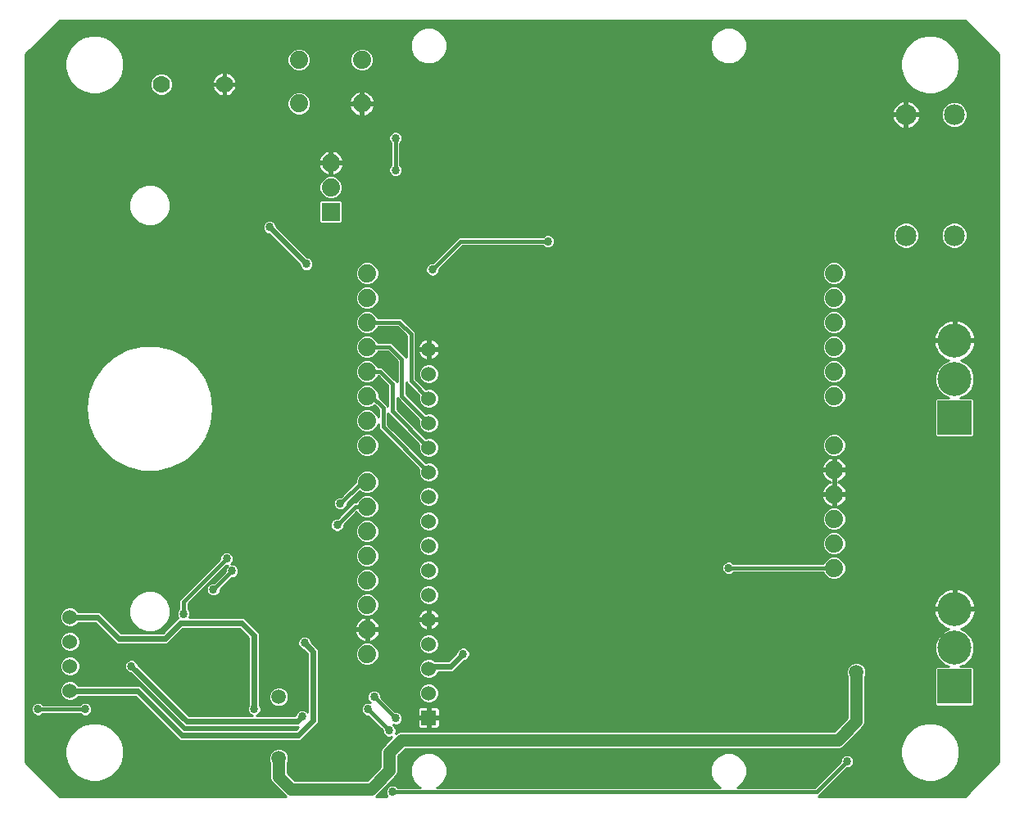
<source format=gbl>
G75*
%MOIN*%
%OFA0B0*%
%FSLAX24Y24*%
%IPPOS*%
%LPD*%
%AMOC8*
5,1,8,0,0,1.08239X$1,22.5*
%
%ADD10R,0.0600X0.0600*%
%ADD11C,0.0600*%
%ADD12C,0.0700*%
%ADD13C,0.1384*%
%ADD14R,0.1384X0.1384*%
%ADD15C,0.0850*%
%ADD16C,0.0740*%
%ADD17R,0.0740X0.0740*%
%ADD18C,0.0100*%
%ADD19C,0.0340*%
%ADD20C,0.0591*%
%ADD21C,0.0160*%
%ADD22C,0.0240*%
%ADD23C,0.0500*%
D10*
X018658Y011352D03*
D11*
X018658Y012352D03*
X018658Y013352D03*
X018658Y014352D03*
X018658Y015352D03*
X018658Y016352D03*
X018658Y017352D03*
X018658Y018352D03*
X018658Y019352D03*
X018658Y020352D03*
X018658Y021352D03*
X018658Y022352D03*
X018658Y023352D03*
X018658Y024352D03*
X018658Y025352D03*
X018658Y026352D03*
X004060Y015450D03*
X004060Y014450D03*
X004060Y013450D03*
X004060Y012450D03*
D12*
X007781Y037150D03*
X010340Y037150D03*
D13*
X040060Y026714D03*
X040060Y025139D03*
X040060Y015775D03*
X040060Y014200D03*
D14*
X040060Y012625D03*
X040060Y023564D03*
D15*
X040044Y030989D03*
X038076Y030989D03*
X038076Y035911D03*
X040044Y035911D03*
D16*
X035160Y029450D03*
X035160Y028450D03*
X035160Y027450D03*
X035160Y026450D03*
X035160Y025450D03*
X035160Y024450D03*
X035160Y022450D03*
X035160Y021450D03*
X035160Y020450D03*
X035160Y019450D03*
X035160Y018450D03*
X035160Y017450D03*
X016160Y016950D03*
X016160Y017950D03*
X016160Y018950D03*
X016160Y019950D03*
X016160Y020950D03*
X016160Y022450D03*
X016160Y023450D03*
X016160Y024450D03*
X016160Y025450D03*
X016160Y026450D03*
X016160Y027450D03*
X016160Y028450D03*
X016160Y029450D03*
X014680Y032950D03*
X014680Y033950D03*
X015940Y036360D03*
X015940Y038140D03*
X013380Y038140D03*
X013380Y036360D03*
X016160Y015950D03*
X016160Y014950D03*
X016160Y013950D03*
D17*
X014680Y031950D03*
D18*
X002260Y009533D02*
X003643Y008150D01*
X012851Y008150D01*
X012255Y008746D01*
X012200Y008878D01*
X012200Y009510D01*
X012155Y009619D01*
X012155Y009781D01*
X012216Y009930D01*
X012330Y010044D01*
X012479Y010105D01*
X012641Y010105D01*
X012790Y010044D01*
X012904Y009930D01*
X012965Y009781D01*
X012965Y009619D01*
X012920Y009510D01*
X012920Y009099D01*
X013209Y008810D01*
X016161Y008810D01*
X016700Y009349D01*
X016700Y010022D01*
X016755Y010154D01*
X016856Y010255D01*
X017167Y010566D01*
X017116Y010545D01*
X017004Y010545D01*
X016901Y010588D01*
X016823Y010666D01*
X016780Y010769D01*
X016780Y010836D01*
X016196Y011420D01*
X016129Y011420D01*
X016026Y011463D01*
X015948Y011541D01*
X015905Y011644D01*
X015905Y011756D01*
X015948Y011859D01*
X016026Y011937D01*
X016129Y011980D01*
X016241Y011980D01*
X016272Y011967D01*
X016198Y012041D01*
X016155Y012144D01*
X016155Y012256D01*
X016198Y012359D01*
X016276Y012437D01*
X016379Y012480D01*
X016491Y012480D01*
X016594Y012437D01*
X016672Y012359D01*
X016715Y012256D01*
X016715Y012189D01*
X017299Y011605D01*
X017366Y011605D01*
X017469Y011562D01*
X017547Y011484D01*
X017590Y011381D01*
X017590Y011269D01*
X017547Y011166D01*
X017469Y011088D01*
X017366Y011045D01*
X017254Y011045D01*
X017223Y011058D01*
X017297Y010984D01*
X017340Y010881D01*
X017340Y010769D01*
X017319Y010718D01*
X017356Y010755D01*
X017488Y010810D01*
X035161Y010810D01*
X035700Y011349D01*
X035700Y013010D01*
X035655Y013119D01*
X035655Y013281D01*
X035716Y013430D01*
X035830Y013544D01*
X035979Y013605D01*
X036141Y013605D01*
X036290Y013544D01*
X036404Y013430D01*
X036465Y013281D01*
X036465Y013119D01*
X036420Y013010D01*
X036420Y011128D01*
X036365Y010996D01*
X035615Y010246D01*
X035514Y010145D01*
X035382Y010090D01*
X017709Y010090D01*
X017420Y009801D01*
X017420Y009128D01*
X017365Y008996D01*
X016615Y008246D01*
X016519Y008150D01*
X016964Y008150D01*
X016948Y008166D01*
X016905Y008269D01*
X016905Y008381D01*
X016948Y008484D01*
X017026Y008562D01*
X017129Y008605D01*
X017241Y008605D01*
X017344Y008562D01*
X017391Y008515D01*
X018315Y008515D01*
X018232Y008549D01*
X018021Y008761D01*
X017906Y009037D01*
X017906Y009336D01*
X018021Y009612D01*
X018232Y009823D01*
X018508Y009937D01*
X018807Y009937D01*
X019083Y009823D01*
X019294Y009612D01*
X019409Y009336D01*
X019409Y009037D01*
X019294Y008761D01*
X019083Y008549D01*
X019000Y008515D01*
X030520Y008515D01*
X030437Y008549D01*
X030226Y008761D01*
X030111Y009037D01*
X030111Y009336D01*
X030226Y009612D01*
X030437Y009823D01*
X030713Y009937D01*
X031012Y009937D01*
X031288Y009823D01*
X031499Y009612D01*
X031614Y009336D01*
X031614Y009037D01*
X031499Y008761D01*
X031288Y008549D01*
X031205Y008515D01*
X034356Y008515D01*
X035405Y009564D01*
X035405Y009631D01*
X035448Y009734D01*
X035526Y009812D01*
X035629Y009855D01*
X035741Y009855D01*
X035844Y009812D01*
X035922Y009734D01*
X035965Y009631D01*
X035965Y009519D01*
X035922Y009416D01*
X035844Y009338D01*
X035741Y009295D01*
X035674Y009295D01*
X034529Y008150D01*
X040477Y008150D01*
X041860Y009533D01*
X041860Y009533D01*
X041860Y009533D01*
X041860Y038367D01*
X040477Y039750D01*
X003643Y039750D01*
X002260Y038367D01*
X002260Y009533D01*
X002267Y009526D02*
X003931Y009526D01*
X003942Y009487D02*
X004100Y009213D01*
X004323Y008990D01*
X004597Y008832D01*
X004902Y008750D01*
X005218Y008750D01*
X005523Y008832D01*
X005797Y008990D01*
X006020Y009213D01*
X006178Y009487D01*
X006260Y009792D01*
X006260Y010108D01*
X006178Y010413D01*
X006020Y010687D01*
X005797Y010910D01*
X005523Y011068D01*
X005218Y011150D01*
X004902Y011150D01*
X004597Y011068D01*
X004323Y010910D01*
X004100Y010687D01*
X003942Y010413D01*
X003860Y010108D01*
X003860Y009792D01*
X003942Y009487D01*
X003976Y009428D02*
X002365Y009428D01*
X002464Y009329D02*
X004033Y009329D01*
X004090Y009231D02*
X002562Y009231D01*
X002661Y009132D02*
X004181Y009132D01*
X004279Y009034D02*
X002759Y009034D01*
X002858Y008935D02*
X004418Y008935D01*
X004589Y008837D02*
X002956Y008837D01*
X003055Y008738D02*
X012263Y008738D01*
X012217Y008837D02*
X005531Y008837D01*
X005702Y008935D02*
X012200Y008935D01*
X012200Y009034D02*
X005841Y009034D01*
X005939Y009132D02*
X012200Y009132D01*
X012200Y009231D02*
X006030Y009231D01*
X006087Y009329D02*
X012200Y009329D01*
X012200Y009428D02*
X006144Y009428D01*
X006189Y009526D02*
X012193Y009526D01*
X012155Y009625D02*
X006215Y009625D01*
X006242Y009723D02*
X012155Y009723D01*
X012172Y009822D02*
X006260Y009822D01*
X006260Y009920D02*
X012213Y009920D01*
X012305Y010019D02*
X006260Y010019D01*
X006258Y010117D02*
X016740Y010117D01*
X016700Y010019D02*
X012815Y010019D01*
X012908Y009920D02*
X016700Y009920D01*
X016700Y009822D02*
X012948Y009822D01*
X012965Y009723D02*
X016700Y009723D01*
X016700Y009625D02*
X012965Y009625D01*
X012927Y009526D02*
X016700Y009526D01*
X016700Y009428D02*
X012920Y009428D01*
X012920Y009329D02*
X016680Y009329D01*
X016581Y009231D02*
X012920Y009231D01*
X012920Y009132D02*
X016483Y009132D01*
X016384Y009034D02*
X012986Y009034D01*
X013084Y008935D02*
X016286Y008935D01*
X016187Y008837D02*
X013183Y008837D01*
X012755Y008246D02*
X003547Y008246D01*
X003449Y008344D02*
X012657Y008344D01*
X012558Y008443D02*
X003350Y008443D01*
X003252Y008541D02*
X012460Y008541D01*
X012361Y008640D02*
X003153Y008640D01*
X003905Y009625D02*
X002260Y009625D01*
X002260Y009723D02*
X003879Y009723D01*
X003860Y009822D02*
X002260Y009822D01*
X002260Y009920D02*
X003860Y009920D01*
X003860Y010019D02*
X002260Y010019D01*
X002260Y010117D02*
X003862Y010117D01*
X003889Y010216D02*
X002260Y010216D01*
X002260Y010314D02*
X003915Y010314D01*
X003942Y010413D02*
X002260Y010413D01*
X002260Y010511D02*
X003998Y010511D01*
X004055Y010610D02*
X002260Y010610D01*
X002260Y010708D02*
X004121Y010708D01*
X004219Y010807D02*
X002260Y010807D01*
X002260Y010905D02*
X004318Y010905D01*
X004485Y011004D02*
X002260Y011004D01*
X002260Y011102D02*
X004723Y011102D01*
X004741Y011420D02*
X004629Y011420D01*
X004526Y011463D01*
X004479Y011510D01*
X002967Y011510D01*
X002919Y011463D01*
X002816Y011420D01*
X002705Y011420D01*
X002602Y011463D01*
X002523Y011541D01*
X002481Y011644D01*
X002481Y011756D01*
X002523Y011859D01*
X002602Y011937D01*
X002705Y011980D01*
X002816Y011980D01*
X002919Y011937D01*
X002967Y011890D01*
X004479Y011890D01*
X004526Y011937D01*
X004629Y011980D01*
X004741Y011980D01*
X004844Y011937D01*
X004922Y011859D01*
X004965Y011756D01*
X004965Y011644D01*
X004922Y011541D01*
X004844Y011463D01*
X004741Y011420D01*
X004877Y011496D02*
X007439Y011496D01*
X007537Y011398D02*
X002260Y011398D01*
X002260Y011496D02*
X002569Y011496D01*
X002501Y011595D02*
X002260Y011595D01*
X002260Y011693D02*
X002481Y011693D01*
X002496Y011792D02*
X002260Y011792D01*
X002260Y011890D02*
X002555Y011890D01*
X002260Y011989D02*
X006946Y011989D01*
X006848Y012087D02*
X004255Y012087D01*
X004292Y012102D02*
X004408Y012218D01*
X004409Y012220D01*
X006715Y012220D01*
X008515Y010420D01*
X013455Y010420D01*
X013840Y010805D01*
X013840Y010807D01*
X014190Y011157D01*
X014190Y014145D01*
X013890Y014445D01*
X013890Y014456D01*
X013847Y014559D01*
X013769Y014637D01*
X013666Y014680D01*
X013554Y014680D01*
X013451Y014637D01*
X013373Y014559D01*
X013330Y014456D01*
X013330Y014344D01*
X013373Y014241D01*
X013451Y014163D01*
X013554Y014120D01*
X013565Y014120D01*
X013730Y013955D01*
X013730Y011576D01*
X013669Y011637D01*
X013566Y011680D01*
X013454Y011680D01*
X013351Y011637D01*
X013273Y011559D01*
X013230Y011456D01*
X013230Y011445D01*
X013215Y011430D01*
X011640Y011430D01*
X011719Y011463D01*
X011797Y011541D01*
X011840Y011644D01*
X011840Y011756D01*
X011797Y011859D01*
X011790Y011866D01*
X011790Y014795D01*
X011290Y015295D01*
X011155Y015430D01*
X008928Y015430D01*
X008965Y015519D01*
X008965Y015631D01*
X008922Y015734D01*
X008875Y015781D01*
X008875Y015996D01*
X010424Y017545D01*
X010474Y017545D01*
X010413Y017484D01*
X010370Y017381D01*
X010370Y017314D01*
X009911Y016855D01*
X009844Y016855D01*
X009741Y016812D01*
X009663Y016734D01*
X009620Y016631D01*
X009620Y016519D01*
X009663Y016416D01*
X009741Y016338D01*
X009844Y016295D01*
X009956Y016295D01*
X010059Y016338D01*
X010137Y016416D01*
X010180Y016519D01*
X010180Y016586D01*
X010639Y017045D01*
X010706Y017045D01*
X010809Y017088D01*
X010887Y017166D01*
X010930Y017269D01*
X010930Y017381D01*
X010887Y017484D01*
X010809Y017562D01*
X010706Y017605D01*
X010611Y017605D01*
X010672Y017666D01*
X010715Y017769D01*
X010715Y017881D01*
X010672Y017984D01*
X010594Y018062D01*
X010491Y018105D01*
X010379Y018105D01*
X010276Y018062D01*
X010198Y017984D01*
X010155Y017881D01*
X010155Y017814D01*
X008606Y016265D01*
X008495Y016154D01*
X008495Y015781D01*
X008448Y015734D01*
X008405Y015631D01*
X008405Y015519D01*
X008448Y015416D01*
X008449Y015415D01*
X008330Y015295D01*
X007840Y014805D01*
X006155Y014805D01*
X005280Y015680D01*
X004409Y015680D01*
X004408Y015682D01*
X004292Y015798D01*
X004142Y015860D01*
X003978Y015860D01*
X003828Y015798D01*
X003712Y015682D01*
X003650Y015532D01*
X003650Y015368D01*
X003712Y015218D01*
X003828Y015102D01*
X003978Y015040D01*
X004142Y015040D01*
X004292Y015102D01*
X004408Y015218D01*
X004409Y015220D01*
X005090Y015220D01*
X005830Y014480D01*
X005965Y014345D01*
X008030Y014345D01*
X008655Y014970D01*
X010965Y014970D01*
X011330Y014605D01*
X011330Y011866D01*
X011323Y011859D01*
X011280Y011756D01*
X011280Y011644D01*
X011323Y011541D01*
X011401Y011463D01*
X011480Y011430D01*
X008905Y011430D01*
X006840Y013495D01*
X006840Y013506D01*
X006797Y013609D01*
X006719Y013687D01*
X006616Y013730D01*
X006504Y013730D01*
X006401Y013687D01*
X006323Y013609D01*
X006280Y013506D01*
X006280Y013394D01*
X006323Y013291D01*
X006401Y013213D01*
X006504Y013170D01*
X006515Y013170D01*
X008715Y010970D01*
X013355Y010970D01*
X013265Y010880D01*
X008705Y010880D01*
X007040Y012545D01*
X006905Y012680D01*
X004409Y012680D01*
X004408Y012682D01*
X004292Y012798D01*
X004142Y012860D01*
X003978Y012860D01*
X003828Y012798D01*
X003712Y012682D01*
X003650Y012532D01*
X003650Y012368D01*
X003712Y012218D01*
X003828Y012102D01*
X003978Y012040D01*
X004142Y012040D01*
X004292Y012102D01*
X004375Y012186D02*
X006749Y012186D01*
X007045Y011890D02*
X004891Y011890D01*
X004950Y011792D02*
X007143Y011792D01*
X007242Y011693D02*
X004965Y011693D01*
X004944Y011595D02*
X007340Y011595D01*
X007636Y011299D02*
X002260Y011299D01*
X002260Y011201D02*
X007734Y011201D01*
X007833Y011102D02*
X005397Y011102D01*
X005635Y011004D02*
X007931Y011004D01*
X008030Y010905D02*
X005802Y010905D01*
X005901Y010807D02*
X008128Y010807D01*
X008227Y010708D02*
X005999Y010708D01*
X006065Y010610D02*
X008325Y010610D01*
X008424Y010511D02*
X006122Y010511D01*
X006178Y010413D02*
X017013Y010413D01*
X017112Y010511D02*
X013546Y010511D01*
X013645Y010610D02*
X016880Y010610D01*
X016805Y010708D02*
X013743Y010708D01*
X013840Y010807D02*
X016780Y010807D01*
X016711Y010905D02*
X013938Y010905D01*
X014036Y011004D02*
X016613Y011004D01*
X016514Y011102D02*
X014135Y011102D01*
X014190Y011201D02*
X016416Y011201D01*
X016317Y011299D02*
X014190Y011299D01*
X014190Y011398D02*
X016219Y011398D01*
X015993Y011496D02*
X014190Y011496D01*
X014190Y011595D02*
X015926Y011595D01*
X015905Y011693D02*
X014190Y011693D01*
X014190Y011792D02*
X015920Y011792D01*
X015979Y011890D02*
X014190Y011890D01*
X014190Y011989D02*
X016251Y011989D01*
X016179Y012087D02*
X014190Y012087D01*
X014190Y012186D02*
X016155Y012186D01*
X016167Y012284D02*
X014190Y012284D01*
X014190Y012383D02*
X016222Y012383D01*
X016649Y012383D02*
X018248Y012383D01*
X018248Y012433D02*
X018248Y012270D01*
X018310Y012119D01*
X018425Y012004D01*
X018576Y011942D01*
X018739Y011942D01*
X018890Y012004D01*
X019005Y012119D01*
X019068Y012270D01*
X019068Y012433D01*
X019005Y012584D01*
X018890Y012699D01*
X018739Y012762D01*
X018576Y012762D01*
X018425Y012699D01*
X018310Y012584D01*
X018248Y012433D01*
X018268Y012481D02*
X014190Y012481D01*
X014190Y012580D02*
X018308Y012580D01*
X018404Y012678D02*
X014190Y012678D01*
X014190Y012777D02*
X035700Y012777D01*
X035700Y012875D02*
X014190Y012875D01*
X014190Y012974D02*
X018499Y012974D01*
X018425Y013004D02*
X018576Y012942D01*
X018739Y012942D01*
X018890Y013004D01*
X019005Y013119D01*
X019047Y013220D01*
X019655Y013220D01*
X019790Y013355D01*
X020105Y013670D01*
X020116Y013670D01*
X020219Y013713D01*
X020297Y013791D01*
X020340Y013894D01*
X020340Y014006D01*
X020297Y014109D01*
X020219Y014187D01*
X020116Y014230D01*
X020004Y014230D01*
X019901Y014187D01*
X019823Y014109D01*
X019780Y014006D01*
X019780Y013995D01*
X019465Y013680D01*
X018909Y013680D01*
X018890Y013699D01*
X018739Y013762D01*
X018576Y013762D01*
X018425Y013699D01*
X018310Y013584D01*
X018248Y013433D01*
X018248Y013270D01*
X018310Y013119D01*
X018425Y013004D01*
X018357Y013072D02*
X014190Y013072D01*
X014190Y013171D02*
X018289Y013171D01*
X018248Y013269D02*
X014190Y013269D01*
X014190Y013368D02*
X018248Y013368D01*
X018261Y013466D02*
X014190Y013466D01*
X014190Y013565D02*
X015867Y013565D01*
X015888Y013543D02*
X016065Y013470D01*
X016256Y013470D01*
X016432Y013543D01*
X016567Y013678D01*
X016640Y013855D01*
X016640Y014045D01*
X016567Y014222D01*
X016432Y014357D01*
X016256Y014430D01*
X016065Y014430D01*
X015888Y014357D01*
X015753Y014222D01*
X015680Y014045D01*
X015680Y013855D01*
X015753Y013678D01*
X015888Y013543D01*
X015768Y013663D02*
X014190Y013663D01*
X014190Y013762D02*
X015719Y013762D01*
X015680Y013860D02*
X014190Y013860D01*
X014190Y013959D02*
X015680Y013959D01*
X015685Y014057D02*
X014190Y014057D01*
X014180Y014156D02*
X015726Y014156D01*
X015785Y014254D02*
X014081Y014254D01*
X013983Y014353D02*
X015884Y014353D01*
X015960Y014468D02*
X016038Y014443D01*
X016110Y014431D01*
X016110Y014900D01*
X015641Y014900D01*
X015653Y014828D01*
X015678Y014750D01*
X015715Y014677D01*
X015763Y014611D01*
X015821Y014553D01*
X015887Y014505D01*
X015960Y014468D01*
X016013Y014451D02*
X013890Y014451D01*
X013851Y014550D02*
X015827Y014550D01*
X015737Y014648D02*
X013743Y014648D01*
X013477Y014648D02*
X011790Y014648D01*
X011790Y014550D02*
X013369Y014550D01*
X013330Y014451D02*
X011790Y014451D01*
X011790Y014353D02*
X013330Y014353D01*
X013367Y014254D02*
X011790Y014254D01*
X011790Y014156D02*
X013469Y014156D01*
X013628Y014057D02*
X011790Y014057D01*
X011790Y013959D02*
X013726Y013959D01*
X013730Y013860D02*
X011790Y013860D01*
X011790Y013762D02*
X013730Y013762D01*
X013730Y013663D02*
X011790Y013663D01*
X011790Y013565D02*
X013730Y013565D01*
X013730Y013466D02*
X011790Y013466D01*
X011790Y013368D02*
X013730Y013368D01*
X013730Y013269D02*
X011790Y013269D01*
X011790Y013171D02*
X013730Y013171D01*
X013730Y013072D02*
X011790Y013072D01*
X011790Y012974D02*
X013730Y012974D01*
X013730Y012875D02*
X011790Y012875D01*
X011790Y012777D02*
X013730Y012777D01*
X013730Y012678D02*
X011790Y012678D01*
X011790Y012580D02*
X012417Y012580D01*
X012479Y012605D02*
X012330Y012544D01*
X012216Y012430D01*
X012155Y012281D01*
X012155Y012119D01*
X012216Y011970D01*
X012330Y011856D01*
X012479Y011795D01*
X012641Y011795D01*
X012790Y011856D01*
X012904Y011970D01*
X012965Y012119D01*
X012965Y012281D01*
X012904Y012430D01*
X012790Y012544D01*
X012641Y012605D01*
X012479Y012605D01*
X012703Y012580D02*
X013730Y012580D01*
X013730Y012481D02*
X012852Y012481D01*
X012923Y012383D02*
X013730Y012383D01*
X013730Y012284D02*
X012964Y012284D01*
X012965Y012186D02*
X013730Y012186D01*
X013730Y012087D02*
X012952Y012087D01*
X012911Y011989D02*
X013730Y011989D01*
X013730Y011890D02*
X012823Y011890D01*
X012297Y011890D02*
X011790Y011890D01*
X011790Y011989D02*
X012209Y011989D01*
X012168Y012087D02*
X011790Y012087D01*
X011790Y012186D02*
X012155Y012186D01*
X012156Y012284D02*
X011790Y012284D01*
X011790Y012383D02*
X012197Y012383D01*
X012268Y012481D02*
X011790Y012481D01*
X011330Y012481D02*
X007854Y012481D01*
X007756Y012580D02*
X011330Y012580D01*
X011330Y012678D02*
X007657Y012678D01*
X007559Y012777D02*
X011330Y012777D01*
X011330Y012875D02*
X007460Y012875D01*
X007362Y012974D02*
X011330Y012974D01*
X011330Y013072D02*
X007263Y013072D01*
X007165Y013171D02*
X011330Y013171D01*
X011330Y013269D02*
X007066Y013269D01*
X006968Y013368D02*
X011330Y013368D01*
X011330Y013466D02*
X006869Y013466D01*
X006816Y013565D02*
X011330Y013565D01*
X011330Y013663D02*
X006743Y013663D01*
X006377Y013663D02*
X004416Y013663D01*
X004408Y013682D02*
X004470Y013532D01*
X004470Y013368D01*
X004408Y013218D01*
X004292Y013102D01*
X004142Y013040D01*
X003978Y013040D01*
X003828Y013102D01*
X003712Y013218D01*
X003650Y013368D01*
X003650Y013532D01*
X003712Y013682D01*
X003828Y013798D01*
X003978Y013860D01*
X004142Y013860D01*
X004292Y013798D01*
X004408Y013682D01*
X004328Y013762D02*
X011330Y013762D01*
X011330Y013860D02*
X002260Y013860D01*
X002260Y013762D02*
X003792Y013762D01*
X003704Y013663D02*
X002260Y013663D01*
X002260Y013565D02*
X003664Y013565D01*
X003650Y013466D02*
X002260Y013466D01*
X002260Y013368D02*
X003650Y013368D01*
X003691Y013269D02*
X002260Y013269D01*
X002260Y013171D02*
X003760Y013171D01*
X003901Y013072D02*
X002260Y013072D01*
X002260Y012974D02*
X006711Y012974D01*
X006613Y013072D02*
X004219Y013072D01*
X004360Y013171D02*
X006503Y013171D01*
X006345Y013269D02*
X004429Y013269D01*
X004470Y013368D02*
X006291Y013368D01*
X006280Y013466D02*
X004470Y013466D01*
X004456Y013565D02*
X006304Y013565D01*
X006810Y012875D02*
X002260Y012875D01*
X002260Y012777D02*
X003807Y012777D01*
X003711Y012678D02*
X002260Y012678D01*
X002260Y012580D02*
X003670Y012580D01*
X003650Y012481D02*
X002260Y012481D01*
X002260Y012383D02*
X003650Y012383D01*
X003685Y012284D02*
X002260Y012284D01*
X002260Y012186D02*
X003745Y012186D01*
X003865Y012087D02*
X002260Y012087D01*
X002967Y011890D02*
X004479Y011890D01*
X004493Y011496D02*
X002953Y011496D01*
X004313Y012777D02*
X006908Y012777D01*
X006907Y012678D02*
X007007Y012678D01*
X007006Y012580D02*
X007105Y012580D01*
X007104Y012481D02*
X007204Y012481D01*
X007203Y012383D02*
X007302Y012383D01*
X007301Y012284D02*
X007401Y012284D01*
X007400Y012186D02*
X007499Y012186D01*
X007498Y012087D02*
X007598Y012087D01*
X007597Y011989D02*
X007696Y011989D01*
X007695Y011890D02*
X007795Y011890D01*
X007794Y011792D02*
X007893Y011792D01*
X007892Y011693D02*
X007992Y011693D01*
X007991Y011595D02*
X008090Y011595D01*
X008089Y011496D02*
X008189Y011496D01*
X008188Y011398D02*
X008287Y011398D01*
X008286Y011299D02*
X008386Y011299D01*
X008385Y011201D02*
X008484Y011201D01*
X008483Y011102D02*
X008583Y011102D01*
X008582Y011004D02*
X008681Y011004D01*
X008680Y010905D02*
X013290Y010905D01*
X013247Y011496D02*
X011752Y011496D01*
X011819Y011595D02*
X013309Y011595D01*
X013712Y011595D02*
X013730Y011595D01*
X013730Y011693D02*
X011840Y011693D01*
X011825Y011792D02*
X013730Y011792D01*
X011368Y011496D02*
X008839Y011496D01*
X008741Y011595D02*
X011301Y011595D01*
X011280Y011693D02*
X008642Y011693D01*
X008544Y011792D02*
X011295Y011792D01*
X011330Y011890D02*
X008445Y011890D01*
X008347Y011989D02*
X011330Y011989D01*
X011330Y012087D02*
X008248Y012087D01*
X008150Y012186D02*
X011330Y012186D01*
X011330Y012284D02*
X008051Y012284D01*
X007953Y012383D02*
X011330Y012383D01*
X011330Y013959D02*
X002260Y013959D01*
X002260Y014057D02*
X003937Y014057D01*
X003978Y014040D02*
X004142Y014040D01*
X004292Y014102D01*
X004408Y014218D01*
X004470Y014368D01*
X004470Y014532D01*
X004408Y014682D01*
X004292Y014798D01*
X004142Y014860D01*
X003978Y014860D01*
X003828Y014798D01*
X003712Y014682D01*
X003650Y014532D01*
X003650Y014368D01*
X003712Y014218D01*
X003828Y014102D01*
X003978Y014040D01*
X004183Y014057D02*
X011330Y014057D01*
X011330Y014156D02*
X004345Y014156D01*
X004423Y014254D02*
X011330Y014254D01*
X011330Y014353D02*
X008038Y014353D01*
X008136Y014451D02*
X011330Y014451D01*
X011330Y014550D02*
X008235Y014550D01*
X008333Y014648D02*
X011287Y014648D01*
X011188Y014747D02*
X008432Y014747D01*
X008530Y014845D02*
X011090Y014845D01*
X010991Y014944D02*
X008629Y014944D01*
X008274Y015239D02*
X008046Y015239D01*
X008030Y015201D02*
X008160Y015513D01*
X008160Y015851D01*
X008030Y016164D01*
X007791Y016403D01*
X007479Y016532D01*
X007141Y016532D01*
X006829Y016403D01*
X006590Y016164D01*
X006460Y015851D01*
X006460Y015513D01*
X006590Y015201D01*
X006829Y014962D01*
X007141Y014833D01*
X007479Y014833D01*
X007791Y014962D01*
X008030Y015201D01*
X007970Y015141D02*
X008175Y015141D01*
X008077Y015042D02*
X007871Y015042D01*
X007978Y014944D02*
X007747Y014944D01*
X007880Y014845D02*
X007509Y014845D01*
X007111Y014845D02*
X006115Y014845D01*
X006017Y014944D02*
X006873Y014944D01*
X006749Y015042D02*
X005918Y015042D01*
X005820Y015141D02*
X006650Y015141D01*
X006574Y015239D02*
X005721Y015239D01*
X005623Y015338D02*
X006533Y015338D01*
X006492Y015436D02*
X005524Y015436D01*
X005426Y015535D02*
X006460Y015535D01*
X006460Y015633D02*
X005327Y015633D01*
X005169Y015141D02*
X004330Y015141D01*
X004146Y015042D02*
X005268Y015042D01*
X005366Y014944D02*
X002260Y014944D01*
X002260Y015042D02*
X003974Y015042D01*
X003942Y014845D02*
X002260Y014845D01*
X002260Y014747D02*
X003777Y014747D01*
X003698Y014648D02*
X002260Y014648D01*
X002260Y014550D02*
X003657Y014550D01*
X003650Y014451D02*
X002260Y014451D01*
X002260Y014353D02*
X003657Y014353D01*
X003697Y014254D02*
X002260Y014254D01*
X002260Y014156D02*
X003775Y014156D01*
X004178Y014845D02*
X005465Y014845D01*
X005563Y014747D02*
X004343Y014747D01*
X004422Y014648D02*
X005662Y014648D01*
X005760Y014550D02*
X004463Y014550D01*
X004470Y014451D02*
X005859Y014451D01*
X005957Y014353D02*
X004463Y014353D01*
X003790Y015141D02*
X002260Y015141D01*
X002260Y015239D02*
X003704Y015239D01*
X003663Y015338D02*
X002260Y015338D01*
X002260Y015436D02*
X003650Y015436D01*
X003651Y015535D02*
X002260Y015535D01*
X002260Y015633D02*
X003692Y015633D01*
X003762Y015732D02*
X002260Y015732D01*
X002260Y015830D02*
X003906Y015830D01*
X004214Y015830D02*
X006460Y015830D01*
X006460Y015732D02*
X004358Y015732D01*
X002260Y015929D02*
X006492Y015929D01*
X006533Y016027D02*
X002260Y016027D01*
X002260Y016126D02*
X006574Y016126D01*
X006650Y016224D02*
X002260Y016224D01*
X002260Y016323D02*
X006749Y016323D01*
X006873Y016421D02*
X002260Y016421D01*
X002260Y016520D02*
X007111Y016520D01*
X007509Y016520D02*
X008861Y016520D01*
X008959Y016618D02*
X002260Y016618D01*
X002260Y016717D02*
X009058Y016717D01*
X009156Y016815D02*
X002260Y016815D01*
X002260Y016914D02*
X009255Y016914D01*
X009353Y017012D02*
X002260Y017012D01*
X002260Y017111D02*
X009452Y017111D01*
X009550Y017209D02*
X002260Y017209D01*
X002260Y017308D02*
X009649Y017308D01*
X009747Y017406D02*
X002260Y017406D01*
X002260Y017505D02*
X009846Y017505D01*
X009944Y017603D02*
X002260Y017603D01*
X002260Y017702D02*
X010043Y017702D01*
X010141Y017800D02*
X002260Y017800D01*
X002260Y017899D02*
X010162Y017899D01*
X010211Y017997D02*
X002260Y017997D01*
X002260Y018096D02*
X010356Y018096D01*
X010514Y018096D02*
X015701Y018096D01*
X015680Y018045D02*
X015753Y018222D01*
X015888Y018357D01*
X016065Y018430D01*
X016256Y018430D01*
X016432Y018357D01*
X016567Y018222D01*
X016640Y018045D01*
X016640Y017855D01*
X016567Y017678D01*
X016432Y017543D01*
X016256Y017470D01*
X016065Y017470D01*
X015888Y017543D01*
X015753Y017678D01*
X015680Y017855D01*
X015680Y018045D01*
X015680Y017997D02*
X010659Y017997D01*
X010708Y017899D02*
X015680Y017899D01*
X015703Y017800D02*
X010715Y017800D01*
X010687Y017702D02*
X015743Y017702D01*
X015828Y017603D02*
X010711Y017603D01*
X010866Y017505D02*
X015981Y017505D01*
X016007Y017406D02*
X010920Y017406D01*
X010930Y017308D02*
X015839Y017308D01*
X015888Y017357D02*
X015753Y017222D01*
X015680Y017045D01*
X015680Y016855D01*
X015753Y016678D01*
X015888Y016543D01*
X016065Y016470D01*
X016256Y016470D01*
X016432Y016543D01*
X016567Y016678D01*
X016640Y016855D01*
X016640Y017045D01*
X016567Y017222D01*
X016432Y017357D01*
X016256Y017430D01*
X016065Y017430D01*
X015888Y017357D01*
X015748Y017209D02*
X010905Y017209D01*
X010832Y017111D02*
X015707Y017111D01*
X015680Y017012D02*
X010606Y017012D01*
X010507Y016914D02*
X015680Y016914D01*
X015696Y016815D02*
X010409Y016815D01*
X010310Y016717D02*
X015737Y016717D01*
X015813Y016618D02*
X010212Y016618D01*
X010180Y016520D02*
X015945Y016520D01*
X016043Y016421D02*
X010139Y016421D01*
X010022Y016323D02*
X015854Y016323D01*
X015888Y016357D02*
X015753Y016222D01*
X015680Y016045D01*
X015680Y015855D01*
X015753Y015678D01*
X015888Y015543D01*
X016065Y015470D01*
X016256Y015470D01*
X016432Y015543D01*
X016567Y015678D01*
X016640Y015855D01*
X016640Y016045D01*
X016567Y016222D01*
X016432Y016357D01*
X016256Y016430D01*
X016065Y016430D01*
X015888Y016357D01*
X015755Y016224D02*
X009103Y016224D01*
X009201Y016323D02*
X009778Y016323D01*
X009661Y016421D02*
X009300Y016421D01*
X009398Y016520D02*
X009620Y016520D01*
X009620Y016618D02*
X009497Y016618D01*
X009595Y016717D02*
X009656Y016717D01*
X009694Y016815D02*
X009748Y016815D01*
X009792Y016914D02*
X009970Y016914D01*
X009891Y017012D02*
X010068Y017012D01*
X009989Y017111D02*
X010167Y017111D01*
X010088Y017209D02*
X010265Y017209D01*
X010186Y017308D02*
X010364Y017308D01*
X010381Y017406D02*
X010285Y017406D01*
X010383Y017505D02*
X010434Y017505D01*
X009004Y016126D02*
X015713Y016126D01*
X015680Y016027D02*
X008906Y016027D01*
X008875Y015929D02*
X015680Y015929D01*
X015690Y015830D02*
X008875Y015830D01*
X008923Y015732D02*
X015731Y015732D01*
X015798Y015633D02*
X008964Y015633D01*
X008965Y015535D02*
X015909Y015535D01*
X015960Y015432D02*
X015887Y015395D01*
X015821Y015347D01*
X015763Y015289D01*
X015715Y015223D01*
X015678Y015150D01*
X015653Y015072D01*
X015641Y015000D01*
X016110Y015000D01*
X016110Y014900D01*
X016210Y014900D01*
X016210Y014431D01*
X016282Y014443D01*
X016360Y014468D01*
X016433Y014505D01*
X016499Y014553D01*
X016557Y014611D01*
X016605Y014677D01*
X016642Y014750D01*
X016667Y014828D01*
X016679Y014900D01*
X016210Y014900D01*
X016210Y015000D01*
X016110Y015000D01*
X016110Y015469D01*
X016038Y015457D01*
X015960Y015432D01*
X015973Y015436D02*
X008931Y015436D01*
X008495Y015830D02*
X008160Y015830D01*
X008160Y015732D02*
X008447Y015732D01*
X008406Y015633D02*
X008160Y015633D01*
X008160Y015535D02*
X008405Y015535D01*
X008440Y015436D02*
X008128Y015436D01*
X008087Y015338D02*
X008372Y015338D01*
X008495Y015929D02*
X008128Y015929D01*
X008087Y016027D02*
X008495Y016027D01*
X008495Y016126D02*
X008046Y016126D01*
X007970Y016224D02*
X008565Y016224D01*
X008664Y016323D02*
X007871Y016323D01*
X007747Y016421D02*
X008762Y016421D01*
X011248Y015338D02*
X015812Y015338D01*
X015727Y015239D02*
X011346Y015239D01*
X011445Y015141D02*
X015675Y015141D01*
X015648Y015042D02*
X011543Y015042D01*
X011642Y014944D02*
X016110Y014944D01*
X016110Y015042D02*
X016210Y015042D01*
X016210Y015000D02*
X016210Y015469D01*
X016282Y015457D01*
X016360Y015432D01*
X016433Y015395D01*
X016499Y015347D01*
X016557Y015289D01*
X016605Y015223D01*
X016642Y015150D01*
X016667Y015072D01*
X016679Y015000D01*
X016210Y015000D01*
X016210Y014944D02*
X018467Y014944D01*
X018485Y014935D02*
X018552Y014913D01*
X018608Y014904D01*
X018608Y015302D01*
X018210Y015302D01*
X018219Y015246D01*
X018241Y015179D01*
X018273Y015116D01*
X018314Y015058D01*
X018365Y015008D01*
X018422Y014967D01*
X018485Y014935D01*
X018608Y014944D02*
X018708Y014944D01*
X018708Y014904D02*
X018763Y014913D01*
X018830Y014935D01*
X018894Y014967D01*
X018951Y015008D01*
X019001Y015058D01*
X019043Y015116D01*
X019075Y015179D01*
X019097Y015246D01*
X019105Y015302D01*
X018708Y015302D01*
X018708Y015402D01*
X018608Y015402D01*
X018608Y015799D01*
X018552Y015790D01*
X018485Y015769D01*
X018422Y015736D01*
X018365Y015695D01*
X018314Y015645D01*
X018273Y015587D01*
X018241Y015524D01*
X018219Y015457D01*
X018210Y015402D01*
X018608Y015402D01*
X018608Y015302D01*
X018708Y015302D01*
X018708Y014904D01*
X018708Y015042D02*
X018608Y015042D01*
X018608Y015141D02*
X018708Y015141D01*
X018708Y015239D02*
X018608Y015239D01*
X018608Y015338D02*
X016508Y015338D01*
X016593Y015239D02*
X018221Y015239D01*
X018260Y015141D02*
X016645Y015141D01*
X016672Y015042D02*
X018331Y015042D01*
X018425Y014699D02*
X018310Y014584D01*
X018248Y014433D01*
X018248Y014270D01*
X018310Y014119D01*
X018425Y014004D01*
X018576Y013942D01*
X018739Y013942D01*
X018890Y014004D01*
X019005Y014119D01*
X019068Y014270D01*
X019068Y014433D01*
X019005Y014584D01*
X018890Y014699D01*
X018739Y014762D01*
X018576Y014762D01*
X018425Y014699D01*
X018374Y014648D02*
X016583Y014648D01*
X016640Y014747D02*
X018540Y014747D01*
X018776Y014747D02*
X039472Y014747D01*
X039380Y014654D02*
X039258Y014360D01*
X039258Y014040D01*
X039380Y013746D01*
X039606Y013520D01*
X039829Y013427D01*
X039322Y013427D01*
X039258Y013363D01*
X039258Y011888D01*
X039322Y011823D01*
X040798Y011823D01*
X040862Y011888D01*
X040862Y013363D01*
X040798Y013427D01*
X040291Y013427D01*
X040514Y013520D01*
X040740Y013746D01*
X040862Y014040D01*
X040862Y014360D01*
X040740Y014654D01*
X040514Y014880D01*
X040302Y014968D01*
X040331Y014976D01*
X040433Y015018D01*
X040529Y015073D01*
X040616Y015140D01*
X040695Y015218D01*
X040762Y015306D01*
X040817Y015402D01*
X040859Y015504D01*
X040888Y015610D01*
X040902Y015720D01*
X040902Y015725D01*
X040110Y015725D01*
X040110Y015825D01*
X040010Y015825D01*
X040010Y016617D01*
X040005Y016617D01*
X039895Y016603D01*
X039789Y016574D01*
X039687Y016532D01*
X039591Y016477D01*
X039504Y016409D01*
X039426Y016331D01*
X039358Y016244D01*
X039303Y016148D01*
X039261Y016046D01*
X039232Y015939D01*
X039218Y015830D01*
X016630Y015830D01*
X016640Y015929D02*
X039231Y015929D01*
X039218Y015830D02*
X039218Y015825D01*
X040010Y015825D01*
X040010Y015725D01*
X039218Y015725D01*
X039218Y015720D01*
X039232Y015610D01*
X039261Y015504D01*
X039303Y015402D01*
X039358Y015306D01*
X039426Y015218D01*
X039504Y015140D01*
X039591Y015073D01*
X039687Y015018D01*
X039789Y014976D01*
X039818Y014968D01*
X039606Y014880D01*
X039380Y014654D01*
X039377Y014648D02*
X018941Y014648D01*
X019019Y014550D02*
X039337Y014550D01*
X039296Y014451D02*
X019060Y014451D01*
X019068Y014353D02*
X039258Y014353D01*
X039258Y014254D02*
X019061Y014254D01*
X019020Y014156D02*
X019870Y014156D01*
X019801Y014057D02*
X018943Y014057D01*
X018780Y013959D02*
X019743Y013959D01*
X019645Y013860D02*
X016640Y013860D01*
X016640Y013959D02*
X018535Y013959D01*
X018372Y014057D02*
X016635Y014057D01*
X016594Y014156D02*
X018295Y014156D01*
X018254Y014254D02*
X016535Y014254D01*
X016436Y014353D02*
X018248Y014353D01*
X018255Y014451D02*
X016307Y014451D01*
X016210Y014451D02*
X016110Y014451D01*
X016110Y014550D02*
X016210Y014550D01*
X016210Y014648D02*
X016110Y014648D01*
X016110Y014747D02*
X016210Y014747D01*
X016210Y014845D02*
X016110Y014845D01*
X016110Y015141D02*
X016210Y015141D01*
X016210Y015239D02*
X016110Y015239D01*
X016110Y015338D02*
X016210Y015338D01*
X016210Y015436D02*
X016110Y015436D01*
X016347Y015436D02*
X018215Y015436D01*
X018246Y015535D02*
X016411Y015535D01*
X016522Y015633D02*
X018306Y015633D01*
X018415Y015732D02*
X016589Y015732D01*
X016640Y016027D02*
X018402Y016027D01*
X018425Y016004D02*
X018576Y015942D01*
X018739Y015942D01*
X018890Y016004D01*
X019005Y016119D01*
X019068Y016270D01*
X019068Y016433D01*
X019005Y016584D01*
X018890Y016699D01*
X018739Y016762D01*
X018576Y016762D01*
X018425Y016699D01*
X018310Y016584D01*
X018248Y016433D01*
X018248Y016270D01*
X018310Y016119D01*
X018425Y016004D01*
X018308Y016126D02*
X016607Y016126D01*
X016565Y016224D02*
X018267Y016224D01*
X018248Y016323D02*
X016466Y016323D01*
X016277Y016421D02*
X018248Y016421D01*
X018283Y016520D02*
X016375Y016520D01*
X016507Y016618D02*
X018344Y016618D01*
X018467Y016717D02*
X016583Y016717D01*
X016624Y016815D02*
X041860Y016815D01*
X041860Y016717D02*
X018848Y016717D01*
X018971Y016618D02*
X041860Y016618D01*
X041860Y016520D02*
X040454Y016520D01*
X040433Y016532D02*
X040331Y016574D01*
X040225Y016603D01*
X040115Y016617D01*
X040110Y016617D01*
X040110Y015825D01*
X040902Y015825D01*
X040902Y015830D01*
X041860Y015830D01*
X041860Y015732D02*
X040110Y015732D01*
X040110Y015830D02*
X040010Y015830D01*
X040010Y015732D02*
X018900Y015732D01*
X018894Y015736D02*
X018830Y015769D01*
X018763Y015790D01*
X018708Y015799D01*
X018708Y015402D01*
X019105Y015402D01*
X019097Y015457D01*
X019075Y015524D01*
X019043Y015587D01*
X019001Y015645D01*
X018951Y015695D01*
X018894Y015736D01*
X019009Y015633D02*
X039229Y015633D01*
X039253Y015535D02*
X019070Y015535D01*
X019100Y015436D02*
X039289Y015436D01*
X039340Y015338D02*
X018708Y015338D01*
X018708Y015436D02*
X018608Y015436D01*
X018608Y015535D02*
X018708Y015535D01*
X018708Y015633D02*
X018608Y015633D01*
X018608Y015732D02*
X018708Y015732D01*
X018913Y016027D02*
X039256Y016027D01*
X039294Y016126D02*
X019008Y016126D01*
X019049Y016224D02*
X039347Y016224D01*
X039419Y016323D02*
X019068Y016323D01*
X019068Y016421D02*
X039519Y016421D01*
X039666Y016520D02*
X019032Y016520D01*
X018890Y017004D02*
X019005Y017119D01*
X019068Y017270D01*
X019068Y017433D01*
X019005Y017584D01*
X018890Y017699D01*
X018739Y017762D01*
X018576Y017762D01*
X018425Y017699D01*
X018310Y017584D01*
X018248Y017433D01*
X018248Y017270D01*
X018310Y017119D01*
X018425Y017004D01*
X018576Y016942D01*
X018739Y016942D01*
X018890Y017004D01*
X018898Y017012D02*
X034963Y017012D01*
X034888Y017043D02*
X035065Y016970D01*
X035256Y016970D01*
X035432Y017043D01*
X035567Y017178D01*
X035640Y017355D01*
X035640Y017545D01*
X035567Y017722D01*
X035432Y017857D01*
X035256Y017930D01*
X035065Y017930D01*
X034888Y017857D01*
X034753Y017722D01*
X034719Y017640D01*
X031066Y017640D01*
X031019Y017687D01*
X030916Y017730D01*
X030804Y017730D01*
X030701Y017687D01*
X030623Y017609D01*
X030580Y017506D01*
X030580Y017394D01*
X030623Y017291D01*
X030701Y017213D01*
X030804Y017170D01*
X030916Y017170D01*
X031019Y017213D01*
X031066Y017260D01*
X034719Y017260D01*
X034753Y017178D01*
X034888Y017043D01*
X034821Y017111D02*
X018996Y017111D01*
X019042Y017209D02*
X030710Y017209D01*
X030616Y017308D02*
X019068Y017308D01*
X019068Y017406D02*
X030580Y017406D01*
X030580Y017505D02*
X019038Y017505D01*
X018986Y017603D02*
X030620Y017603D01*
X030736Y017702D02*
X018884Y017702D01*
X018739Y017942D02*
X018890Y018004D01*
X019005Y018119D01*
X019068Y018270D01*
X019068Y018433D01*
X019005Y018584D01*
X018890Y018699D01*
X018739Y018762D01*
X018576Y018762D01*
X018425Y018699D01*
X018310Y018584D01*
X018248Y018433D01*
X018248Y018270D01*
X018310Y018119D01*
X018425Y018004D01*
X018576Y017942D01*
X018739Y017942D01*
X018873Y017997D02*
X034999Y017997D01*
X035065Y017970D02*
X035256Y017970D01*
X035432Y018043D01*
X035567Y018178D01*
X035640Y018355D01*
X035640Y018545D01*
X035567Y018722D01*
X035432Y018857D01*
X035256Y018930D01*
X035065Y018930D01*
X034888Y018857D01*
X034753Y018722D01*
X034680Y018545D01*
X034680Y018355D01*
X034753Y018178D01*
X034888Y018043D01*
X035065Y017970D01*
X034989Y017899D02*
X016640Y017899D01*
X016640Y017997D02*
X018442Y017997D01*
X018334Y018096D02*
X016619Y018096D01*
X016579Y018194D02*
X018279Y018194D01*
X018248Y018293D02*
X016496Y018293D01*
X016350Y018391D02*
X018248Y018391D01*
X018271Y018490D02*
X016303Y018490D01*
X016256Y018470D02*
X016432Y018543D01*
X016567Y018678D01*
X016640Y018855D01*
X016640Y019045D01*
X016567Y019222D01*
X016432Y019357D01*
X016256Y019430D01*
X016065Y019430D01*
X015888Y019357D01*
X015753Y019222D01*
X015680Y019045D01*
X015680Y018855D01*
X015753Y018678D01*
X015888Y018543D01*
X016065Y018470D01*
X016256Y018470D01*
X016017Y018490D02*
X002260Y018490D01*
X002260Y018588D02*
X015843Y018588D01*
X015750Y018687D02*
X002260Y018687D01*
X002260Y018785D02*
X015709Y018785D01*
X015680Y018884D02*
X002260Y018884D01*
X002260Y018982D02*
X014757Y018982D01*
X014776Y018963D02*
X014879Y018920D01*
X014991Y018920D01*
X015094Y018963D01*
X015172Y019041D01*
X015215Y019144D01*
X015215Y019211D01*
X015732Y019729D01*
X015753Y019678D01*
X015888Y019543D01*
X016065Y019470D01*
X016256Y019470D01*
X016432Y019543D01*
X016567Y019678D01*
X016640Y019855D01*
X016640Y020045D01*
X016567Y020222D01*
X016432Y020357D01*
X016256Y020430D01*
X016065Y020430D01*
X015888Y020357D01*
X015753Y020222D01*
X015719Y020140D01*
X015606Y020140D01*
X015495Y020029D01*
X014946Y019480D01*
X014879Y019480D01*
X014776Y019437D01*
X014698Y019359D01*
X014655Y019256D01*
X014655Y019144D01*
X014698Y019041D01*
X014776Y018963D01*
X014681Y019081D02*
X002260Y019081D01*
X002260Y019179D02*
X014655Y019179D01*
X014664Y019278D02*
X002260Y019278D01*
X002260Y019376D02*
X014715Y019376D01*
X014866Y019475D02*
X002260Y019475D01*
X002260Y019573D02*
X015039Y019573D01*
X015138Y019672D02*
X002260Y019672D01*
X002260Y019770D02*
X015236Y019770D01*
X015219Y019838D02*
X015297Y019916D01*
X015340Y020019D01*
X015340Y020086D01*
X015842Y020589D01*
X015888Y020543D01*
X016065Y020470D01*
X016256Y020470D01*
X016432Y020543D01*
X016567Y020678D01*
X016640Y020855D01*
X016640Y021045D01*
X016567Y021222D01*
X016432Y021357D01*
X016256Y021430D01*
X016065Y021430D01*
X015888Y021357D01*
X015753Y021222D01*
X015680Y021045D01*
X015680Y020964D01*
X015071Y020355D01*
X015004Y020355D01*
X014901Y020312D01*
X014823Y020234D01*
X014780Y020131D01*
X014780Y020019D01*
X014823Y019916D01*
X014901Y019838D01*
X015004Y019795D01*
X015116Y019795D01*
X015219Y019838D01*
X015250Y019869D02*
X015335Y019869D01*
X015318Y019967D02*
X015433Y019967D01*
X015340Y020066D02*
X015532Y020066D01*
X015418Y020164D02*
X015729Y020164D01*
X015794Y020263D02*
X015516Y020263D01*
X015615Y020361D02*
X015898Y020361D01*
X015873Y020558D02*
X015812Y020558D01*
X015713Y020460D02*
X018259Y020460D01*
X018248Y020433D02*
X018248Y020270D01*
X018310Y020119D01*
X018425Y020004D01*
X018576Y019942D01*
X018739Y019942D01*
X018890Y020004D01*
X019005Y020119D01*
X019068Y020270D01*
X019068Y020433D01*
X019005Y020584D01*
X018890Y020699D01*
X018739Y020762D01*
X018576Y020762D01*
X018425Y020699D01*
X018310Y020584D01*
X018248Y020433D01*
X018248Y020361D02*
X016422Y020361D01*
X016526Y020263D02*
X018251Y020263D01*
X018292Y020164D02*
X016591Y020164D01*
X016632Y020066D02*
X018364Y020066D01*
X018515Y019967D02*
X016640Y019967D01*
X016640Y019869D02*
X034916Y019869D01*
X034888Y019857D02*
X034753Y019722D01*
X034680Y019545D01*
X034680Y019355D01*
X034753Y019178D01*
X034888Y019043D01*
X035065Y018970D01*
X035256Y018970D01*
X035432Y019043D01*
X035567Y019178D01*
X035640Y019355D01*
X035640Y019545D01*
X035567Y019722D01*
X035432Y019857D01*
X035256Y019930D01*
X035065Y019930D01*
X034888Y019857D01*
X034801Y019770D02*
X016605Y019770D01*
X016560Y019672D02*
X018398Y019672D01*
X018425Y019699D02*
X018310Y019584D01*
X018248Y019433D01*
X018248Y019270D01*
X018310Y019119D01*
X018425Y019004D01*
X018576Y018942D01*
X018739Y018942D01*
X018890Y019004D01*
X019005Y019119D01*
X019068Y019270D01*
X019068Y019433D01*
X019005Y019584D01*
X018890Y019699D01*
X018739Y019762D01*
X018576Y019762D01*
X018425Y019699D01*
X018306Y019573D02*
X016462Y019573D01*
X016386Y019376D02*
X018248Y019376D01*
X018248Y019278D02*
X016511Y019278D01*
X016585Y019179D02*
X018285Y019179D01*
X018349Y019081D02*
X016626Y019081D01*
X016640Y018982D02*
X018478Y018982D01*
X018413Y018687D02*
X016570Y018687D01*
X016611Y018785D02*
X034816Y018785D01*
X034738Y018687D02*
X018903Y018687D01*
X019001Y018588D02*
X034698Y018588D01*
X034680Y018490D02*
X019044Y018490D01*
X019068Y018391D02*
X034680Y018391D01*
X034706Y018293D02*
X019068Y018293D01*
X019036Y018194D02*
X034747Y018194D01*
X034836Y018096D02*
X018981Y018096D01*
X018431Y017702D02*
X016577Y017702D01*
X016617Y017800D02*
X034831Y017800D01*
X034745Y017702D02*
X030984Y017702D01*
X031010Y017209D02*
X034740Y017209D01*
X035357Y017012D02*
X041860Y017012D01*
X041860Y016914D02*
X016640Y016914D01*
X016640Y017012D02*
X018417Y017012D01*
X018319Y017111D02*
X016613Y017111D01*
X016572Y017209D02*
X018273Y017209D01*
X018248Y017308D02*
X016481Y017308D01*
X016313Y017406D02*
X018248Y017406D01*
X018277Y017505D02*
X016339Y017505D01*
X016492Y017603D02*
X018329Y017603D01*
X018314Y018588D02*
X016477Y018588D01*
X016640Y018884D02*
X034952Y018884D01*
X035036Y018982D02*
X018837Y018982D01*
X018966Y019081D02*
X034851Y019081D01*
X034753Y019179D02*
X019030Y019179D01*
X019068Y019278D02*
X034712Y019278D01*
X034680Y019376D02*
X019068Y019376D01*
X019051Y019475D02*
X034680Y019475D01*
X034691Y019573D02*
X019010Y019573D01*
X018918Y019672D02*
X034732Y019672D01*
X034887Y020005D02*
X034960Y019968D01*
X035038Y019943D01*
X035110Y019931D01*
X035110Y020400D01*
X034641Y020400D01*
X034653Y020328D01*
X034678Y020250D01*
X034715Y020177D01*
X034763Y020111D01*
X034821Y020053D01*
X034887Y020005D01*
X034964Y019967D02*
X018801Y019967D01*
X018951Y020066D02*
X034809Y020066D01*
X034725Y020164D02*
X019024Y020164D01*
X019065Y020263D02*
X034674Y020263D01*
X034648Y020361D02*
X019068Y020361D01*
X019057Y020460D02*
X035110Y020460D01*
X035110Y020500D02*
X035110Y020400D01*
X035210Y020400D01*
X035210Y019931D01*
X035282Y019943D01*
X035360Y019968D01*
X035433Y020005D01*
X035499Y020053D01*
X035557Y020111D01*
X035605Y020177D01*
X035642Y020250D01*
X035667Y020328D01*
X035679Y020400D01*
X035210Y020400D01*
X035210Y020500D01*
X035110Y020500D01*
X034641Y020500D01*
X034653Y020572D01*
X034678Y020650D01*
X034715Y020723D01*
X034763Y020789D01*
X034821Y020847D01*
X034887Y020895D01*
X034960Y020932D01*
X035016Y020950D01*
X034960Y020968D01*
X034887Y021005D01*
X034821Y021053D01*
X034763Y021111D01*
X034715Y021177D01*
X034678Y021250D01*
X034653Y021328D01*
X034641Y021400D01*
X035110Y021400D01*
X035110Y021500D01*
X034641Y021500D01*
X034653Y021572D01*
X034678Y021650D01*
X034715Y021723D01*
X034763Y021789D01*
X034821Y021847D01*
X034887Y021895D01*
X034960Y021932D01*
X035038Y021957D01*
X035110Y021969D01*
X035110Y021500D01*
X035210Y021500D01*
X035210Y021969D01*
X035282Y021957D01*
X035360Y021932D01*
X035433Y021895D01*
X035499Y021847D01*
X035557Y021789D01*
X035605Y021723D01*
X035642Y021650D01*
X035667Y021572D01*
X035679Y021500D01*
X035210Y021500D01*
X035210Y021400D01*
X035210Y020969D01*
X035210Y020500D01*
X035679Y020500D01*
X035667Y020572D01*
X035642Y020650D01*
X035605Y020723D01*
X035557Y020789D01*
X035499Y020847D01*
X035433Y020895D01*
X035360Y020932D01*
X035304Y020950D01*
X035360Y020968D01*
X035433Y021005D01*
X035499Y021053D01*
X035557Y021111D01*
X035605Y021177D01*
X035642Y021250D01*
X035667Y021328D01*
X035679Y021400D01*
X035210Y021400D01*
X035110Y021400D01*
X035110Y020500D01*
X035110Y020558D02*
X035210Y020558D01*
X035210Y020460D02*
X041860Y020460D01*
X041860Y020558D02*
X035669Y020558D01*
X035638Y020657D02*
X041860Y020657D01*
X041860Y020755D02*
X035581Y020755D01*
X035489Y020854D02*
X041860Y020854D01*
X041860Y020952D02*
X035310Y020952D01*
X035210Y020952D02*
X035110Y020952D01*
X035110Y020854D02*
X035210Y020854D01*
X035210Y020755D02*
X035110Y020755D01*
X035110Y020657D02*
X035210Y020657D01*
X035210Y020361D02*
X035110Y020361D01*
X035110Y020263D02*
X035210Y020263D01*
X035210Y020164D02*
X035110Y020164D01*
X035110Y020066D02*
X035210Y020066D01*
X035210Y019967D02*
X035110Y019967D01*
X035356Y019967D02*
X041860Y019967D01*
X041860Y019869D02*
X035404Y019869D01*
X035519Y019770D02*
X041860Y019770D01*
X041860Y019672D02*
X035588Y019672D01*
X035629Y019573D02*
X041860Y019573D01*
X041860Y019475D02*
X035640Y019475D01*
X035640Y019376D02*
X041860Y019376D01*
X041860Y019278D02*
X035608Y019278D01*
X035567Y019179D02*
X041860Y019179D01*
X041860Y019081D02*
X035469Y019081D01*
X035285Y018982D02*
X041860Y018982D01*
X041860Y018884D02*
X035368Y018884D01*
X035504Y018785D02*
X041860Y018785D01*
X041860Y018687D02*
X035582Y018687D01*
X035622Y018588D02*
X041860Y018588D01*
X041860Y018490D02*
X035640Y018490D01*
X035640Y018391D02*
X041860Y018391D01*
X041860Y018293D02*
X035614Y018293D01*
X035574Y018194D02*
X041860Y018194D01*
X041860Y018096D02*
X035484Y018096D01*
X035321Y017997D02*
X041860Y017997D01*
X041860Y017899D02*
X035332Y017899D01*
X035489Y017800D02*
X041860Y017800D01*
X041860Y017702D02*
X035575Y017702D01*
X035616Y017603D02*
X041860Y017603D01*
X041860Y017505D02*
X035640Y017505D01*
X035640Y017406D02*
X041860Y017406D01*
X041860Y017308D02*
X035621Y017308D01*
X035580Y017209D02*
X041860Y017209D01*
X041860Y017111D02*
X035499Y017111D01*
X035511Y020066D02*
X041860Y020066D01*
X041860Y020164D02*
X035595Y020164D01*
X035646Y020263D02*
X041860Y020263D01*
X041860Y020361D02*
X035672Y020361D01*
X035495Y021051D02*
X041860Y021051D01*
X041860Y021149D02*
X035584Y021149D01*
X035640Y021248D02*
X041860Y021248D01*
X041860Y021346D02*
X035670Y021346D01*
X035672Y021543D02*
X041860Y021543D01*
X041860Y021445D02*
X035210Y021445D01*
X035210Y021543D02*
X035110Y021543D01*
X035110Y021445D02*
X019063Y021445D01*
X019068Y021433D02*
X019005Y021584D01*
X018890Y021699D01*
X018739Y021762D01*
X018576Y021762D01*
X018534Y021744D01*
X017000Y023278D01*
X017000Y023741D01*
X018265Y022475D01*
X018248Y022433D01*
X018248Y022270D01*
X018310Y022119D01*
X018425Y022004D01*
X018576Y021942D01*
X018739Y021942D01*
X018890Y022004D01*
X019005Y022119D01*
X019068Y022270D01*
X019068Y022433D01*
X019005Y022584D01*
X018890Y022699D01*
X018739Y022762D01*
X018576Y022762D01*
X018534Y022744D01*
X017375Y023903D01*
X017375Y024366D01*
X018265Y023475D01*
X018248Y023433D01*
X018248Y023270D01*
X018310Y023119D01*
X018425Y023004D01*
X018576Y022942D01*
X018739Y022942D01*
X018890Y023004D01*
X019005Y023119D01*
X039258Y023119D01*
X039258Y023021D02*
X018906Y023021D01*
X019005Y023119D02*
X019068Y023270D01*
X019068Y023433D01*
X019005Y023584D01*
X018890Y023699D01*
X018739Y023762D01*
X018576Y023762D01*
X018534Y023744D01*
X017750Y024528D01*
X017750Y024991D01*
X017856Y024884D01*
X017856Y024884D01*
X018265Y024475D01*
X018248Y024433D01*
X018248Y024270D01*
X018310Y024119D01*
X018425Y024004D01*
X018576Y023942D01*
X018739Y023942D01*
X018890Y024004D01*
X019005Y024119D01*
X019068Y024270D01*
X019068Y024433D01*
X019005Y024584D01*
X018890Y024699D01*
X018739Y024762D01*
X018576Y024762D01*
X018534Y024744D01*
X018125Y025153D01*
X018125Y027050D01*
X018014Y027161D01*
X017535Y027640D01*
X016601Y027640D01*
X016567Y027722D01*
X016432Y027857D01*
X016256Y027930D01*
X016065Y027930D01*
X015888Y027857D01*
X015753Y027722D01*
X015680Y027545D01*
X015680Y027355D01*
X002260Y027355D01*
X002260Y027453D02*
X015680Y027453D01*
X015680Y027355D02*
X015753Y027178D01*
X015888Y027043D01*
X016065Y026970D01*
X016256Y026970D01*
X016432Y027043D01*
X016567Y027178D01*
X016601Y027260D01*
X017378Y027260D01*
X017745Y026893D01*
X017745Y026034D01*
X017639Y026140D01*
X017139Y026640D01*
X016601Y026640D01*
X016567Y026722D01*
X016432Y026857D01*
X016256Y026930D01*
X016065Y026930D01*
X015888Y026857D01*
X015753Y026722D01*
X015680Y026545D01*
X015680Y026355D01*
X015753Y026178D01*
X015888Y026043D01*
X016065Y025970D01*
X016256Y025970D01*
X016432Y026043D01*
X016567Y026178D01*
X016601Y026260D01*
X016981Y026260D01*
X017370Y025871D01*
X017370Y025034D01*
X017264Y025140D01*
X016764Y025640D01*
X016601Y025640D01*
X016567Y025722D01*
X016432Y025857D01*
X016256Y025930D01*
X016065Y025930D01*
X015888Y025857D01*
X015753Y025722D01*
X015680Y025545D01*
X015680Y025355D01*
X015753Y025178D01*
X015888Y025043D01*
X016065Y024970D01*
X016256Y024970D01*
X016432Y025043D01*
X016567Y025178D01*
X016601Y025260D01*
X016606Y025260D01*
X016995Y024871D01*
X016995Y024055D01*
X016889Y024161D01*
X016640Y024410D01*
X016640Y024545D01*
X016567Y024722D01*
X016432Y024857D01*
X016256Y024930D01*
X016065Y024930D01*
X015888Y024857D01*
X015753Y024722D01*
X015680Y024545D01*
X015680Y024355D01*
X015753Y024178D01*
X015888Y024043D01*
X016065Y023970D01*
X016256Y023970D01*
X016432Y024043D01*
X016451Y024062D01*
X016620Y023893D01*
X016620Y023594D01*
X016567Y023722D01*
X016432Y023857D01*
X016256Y023930D01*
X016065Y023930D01*
X015888Y023857D01*
X015753Y023722D01*
X015680Y023545D01*
X015680Y023355D01*
X015753Y023178D01*
X015888Y023043D01*
X016065Y022970D01*
X016256Y022970D01*
X016432Y023043D01*
X016567Y023178D01*
X016620Y023306D01*
X016620Y023121D01*
X018265Y021475D01*
X018248Y021433D01*
X018248Y021270D01*
X018310Y021119D01*
X018425Y021004D01*
X018576Y020942D01*
X018739Y020942D01*
X018890Y021004D01*
X019005Y021119D01*
X019068Y021270D01*
X019068Y021433D01*
X019068Y021346D02*
X034650Y021346D01*
X034680Y021248D02*
X019058Y021248D01*
X019018Y021149D02*
X034736Y021149D01*
X034825Y021051D02*
X018936Y021051D01*
X018764Y020952D02*
X035010Y020952D01*
X035110Y021051D02*
X035210Y021051D01*
X035210Y021149D02*
X035110Y021149D01*
X035110Y021248D02*
X035210Y021248D01*
X035210Y021346D02*
X035110Y021346D01*
X035110Y021642D02*
X035210Y021642D01*
X035210Y021740D02*
X035110Y021740D01*
X035110Y021839D02*
X035210Y021839D01*
X035210Y021937D02*
X035110Y021937D01*
X035065Y021970D02*
X035256Y021970D01*
X035432Y022043D01*
X035567Y022178D01*
X035640Y022355D01*
X035640Y022545D01*
X035567Y022722D01*
X035432Y022857D01*
X035256Y022930D01*
X035065Y022930D01*
X034888Y022857D01*
X034753Y022722D01*
X034680Y022545D01*
X034680Y022355D01*
X034753Y022178D01*
X034888Y022043D01*
X035065Y021970D01*
X034976Y021937D02*
X018341Y021937D01*
X018394Y022036D02*
X018242Y022036D01*
X018304Y022134D02*
X018144Y022134D01*
X018045Y022233D02*
X018263Y022233D01*
X018248Y022331D02*
X017947Y022331D01*
X017848Y022430D02*
X018248Y022430D01*
X018213Y022528D02*
X017750Y022528D01*
X017651Y022627D02*
X018114Y022627D01*
X018016Y022725D02*
X017553Y022725D01*
X017454Y022824D02*
X017917Y022824D01*
X017819Y022922D02*
X017356Y022922D01*
X017257Y023021D02*
X017720Y023021D01*
X017622Y023119D02*
X017159Y023119D01*
X017060Y023218D02*
X017523Y023218D01*
X017425Y023316D02*
X017000Y023316D01*
X017000Y023415D02*
X017326Y023415D01*
X017228Y023513D02*
X017000Y023513D01*
X017000Y023612D02*
X017129Y023612D01*
X017031Y023710D02*
X017000Y023710D01*
X016620Y023710D02*
X016572Y023710D01*
X016613Y023612D02*
X016620Y023612D01*
X016620Y023809D02*
X016480Y023809D01*
X016606Y023907D02*
X016311Y023907D01*
X016341Y024006D02*
X016507Y024006D01*
X016749Y024301D02*
X016995Y024301D01*
X016995Y024203D02*
X016848Y024203D01*
X016946Y024104D02*
X016995Y024104D01*
X016995Y024400D02*
X016651Y024400D01*
X016640Y024498D02*
X016995Y024498D01*
X016995Y024597D02*
X016619Y024597D01*
X016578Y024695D02*
X016995Y024695D01*
X016995Y024794D02*
X016495Y024794D01*
X016347Y024892D02*
X016974Y024892D01*
X016876Y024991D02*
X016305Y024991D01*
X016478Y025089D02*
X016777Y025089D01*
X016679Y025188D02*
X016571Y025188D01*
X016921Y025483D02*
X017370Y025483D01*
X017370Y025385D02*
X017019Y025385D01*
X017118Y025286D02*
X017370Y025286D01*
X017370Y025188D02*
X017216Y025188D01*
X017315Y025089D02*
X017370Y025089D01*
X017750Y024892D02*
X017849Y024892D01*
X017947Y024794D02*
X017750Y024794D01*
X017750Y024695D02*
X018046Y024695D01*
X018144Y024597D02*
X017750Y024597D01*
X017780Y024498D02*
X018243Y024498D01*
X018248Y024400D02*
X017878Y024400D01*
X017977Y024301D02*
X018248Y024301D01*
X018276Y024203D02*
X018075Y024203D01*
X018174Y024104D02*
X018325Y024104D01*
X018272Y024006D02*
X018424Y024006D01*
X018371Y023907D02*
X039258Y023907D01*
X039258Y023809D02*
X018469Y023809D01*
X018228Y023513D02*
X017765Y023513D01*
X017863Y023415D02*
X018248Y023415D01*
X018248Y023316D02*
X017962Y023316D01*
X018060Y023218D02*
X018269Y023218D01*
X018310Y023119D02*
X018159Y023119D01*
X018257Y023021D02*
X018409Y023021D01*
X018356Y022922D02*
X035045Y022922D01*
X034855Y022824D02*
X018454Y022824D01*
X018827Y022725D02*
X034756Y022725D01*
X034714Y022627D02*
X018963Y022627D01*
X019028Y022528D02*
X034680Y022528D01*
X034680Y022430D02*
X019068Y022430D01*
X019068Y022331D02*
X034690Y022331D01*
X034731Y022233D02*
X019052Y022233D01*
X019011Y022134D02*
X034797Y022134D01*
X034906Y022036D02*
X018921Y022036D01*
X018791Y021740D02*
X034728Y021740D01*
X034676Y021642D02*
X018948Y021642D01*
X019022Y021543D02*
X034648Y021543D01*
X034813Y021839D02*
X018439Y021839D01*
X018198Y021543D02*
X008251Y021543D01*
X008227Y021531D02*
X008780Y021821D01*
X009247Y022234D01*
X009247Y022234D01*
X009601Y022748D01*
X009822Y023331D01*
X009897Y023950D01*
X009822Y024569D01*
X009822Y024569D01*
X009601Y025152D01*
X009601Y025152D01*
X009247Y025666D01*
X009247Y025666D01*
X009247Y025666D01*
X008780Y026079D01*
X008780Y026079D01*
X008227Y026369D01*
X007622Y026518D01*
X006998Y026518D01*
X006393Y026369D01*
X006393Y026369D01*
X005840Y026079D01*
X005373Y025666D01*
X005373Y025666D01*
X005019Y025152D01*
X004798Y024569D01*
X004723Y023950D01*
X004798Y023331D01*
X004798Y023331D01*
X005019Y022748D01*
X005019Y022748D01*
X005373Y022234D01*
X005373Y022234D01*
X005840Y021821D01*
X006393Y021531D01*
X006998Y021382D01*
X007622Y021382D01*
X008227Y021531D01*
X008227Y021531D01*
X008438Y021642D02*
X018099Y021642D01*
X018001Y021740D02*
X008626Y021740D01*
X008780Y021821D02*
X008780Y021821D01*
X008800Y021839D02*
X017902Y021839D01*
X017804Y021937D02*
X008911Y021937D01*
X009022Y022036D02*
X015906Y022036D01*
X015888Y022043D02*
X016065Y021970D01*
X016256Y021970D01*
X016432Y022043D01*
X016567Y022178D01*
X016640Y022355D01*
X016640Y022545D01*
X016567Y022722D01*
X016432Y022857D01*
X016256Y022930D01*
X016065Y022930D01*
X015888Y022857D01*
X015753Y022722D01*
X015680Y022545D01*
X015680Y022355D01*
X015753Y022178D01*
X015888Y022043D01*
X015797Y022134D02*
X009133Y022134D01*
X009245Y022233D02*
X015731Y022233D01*
X015690Y022331D02*
X009313Y022331D01*
X009381Y022430D02*
X015680Y022430D01*
X015680Y022528D02*
X009449Y022528D01*
X009517Y022627D02*
X015714Y022627D01*
X015756Y022725D02*
X009585Y022725D01*
X009601Y022748D02*
X009601Y022748D01*
X009630Y022824D02*
X015855Y022824D01*
X016045Y022922D02*
X009667Y022922D01*
X009704Y023021D02*
X015943Y023021D01*
X015812Y023119D02*
X009742Y023119D01*
X009779Y023218D02*
X015737Y023218D01*
X015696Y023316D02*
X009816Y023316D01*
X009822Y023331D02*
X009822Y023331D01*
X009832Y023415D02*
X015680Y023415D01*
X015680Y023513D02*
X009844Y023513D01*
X009856Y023612D02*
X015707Y023612D01*
X015748Y023710D02*
X009868Y023710D01*
X009880Y023809D02*
X015840Y023809D01*
X016009Y023907D02*
X009892Y023907D01*
X009890Y024006D02*
X015979Y024006D01*
X015827Y024104D02*
X009879Y024104D01*
X009867Y024203D02*
X015743Y024203D01*
X015702Y024301D02*
X009855Y024301D01*
X009843Y024400D02*
X015680Y024400D01*
X015680Y024498D02*
X009831Y024498D01*
X009812Y024597D02*
X015701Y024597D01*
X015742Y024695D02*
X009774Y024695D01*
X009737Y024794D02*
X015825Y024794D01*
X015973Y024892D02*
X009700Y024892D01*
X009662Y024991D02*
X016015Y024991D01*
X015842Y025089D02*
X009625Y025089D01*
X009577Y025188D02*
X015749Y025188D01*
X015708Y025286D02*
X009509Y025286D01*
X009441Y025385D02*
X015680Y025385D01*
X015680Y025483D02*
X009373Y025483D01*
X009305Y025582D02*
X015695Y025582D01*
X015736Y025680D02*
X009230Y025680D01*
X009119Y025779D02*
X015810Y025779D01*
X015937Y025877D02*
X009008Y025877D01*
X008897Y025976D02*
X016051Y025976D01*
X015857Y026074D02*
X008786Y026074D01*
X008602Y026173D02*
X015759Y026173D01*
X015715Y026271D02*
X008414Y026271D01*
X008227Y026369D02*
X008227Y026369D01*
X008226Y026370D02*
X015680Y026370D01*
X015680Y026468D02*
X007826Y026468D01*
X006794Y026468D02*
X002260Y026468D01*
X002260Y026370D02*
X006395Y026370D01*
X006206Y026271D02*
X002260Y026271D01*
X002260Y026173D02*
X006018Y026173D01*
X005840Y026079D02*
X005840Y026079D01*
X005834Y026074D02*
X002260Y026074D01*
X002260Y025976D02*
X005723Y025976D01*
X005612Y025877D02*
X002260Y025877D01*
X002260Y025779D02*
X005501Y025779D01*
X005390Y025680D02*
X002260Y025680D01*
X002260Y025582D02*
X005315Y025582D01*
X005247Y025483D02*
X002260Y025483D01*
X002260Y025385D02*
X005179Y025385D01*
X005111Y025286D02*
X002260Y025286D01*
X002260Y025188D02*
X005043Y025188D01*
X005019Y025152D02*
X005019Y025152D01*
X004995Y025089D02*
X002260Y025089D01*
X002260Y024991D02*
X004958Y024991D01*
X004920Y024892D02*
X002260Y024892D01*
X002260Y024794D02*
X004883Y024794D01*
X004846Y024695D02*
X002260Y024695D01*
X002260Y024597D02*
X004808Y024597D01*
X004798Y024569D02*
X004798Y024569D01*
X004789Y024498D02*
X002260Y024498D01*
X002260Y024400D02*
X004777Y024400D01*
X004765Y024301D02*
X002260Y024301D01*
X002260Y024203D02*
X004753Y024203D01*
X004742Y024104D02*
X002260Y024104D01*
X002260Y024006D02*
X004730Y024006D01*
X004723Y023950D02*
X004723Y023950D01*
X004728Y023907D02*
X002260Y023907D01*
X002260Y023809D02*
X004740Y023809D01*
X004752Y023710D02*
X002260Y023710D01*
X002260Y023612D02*
X004764Y023612D01*
X004776Y023513D02*
X002260Y023513D01*
X002260Y023415D02*
X004788Y023415D01*
X004804Y023316D02*
X002260Y023316D01*
X002260Y023218D02*
X004841Y023218D01*
X004878Y023119D02*
X002260Y023119D01*
X002260Y023021D02*
X004916Y023021D01*
X004953Y022922D02*
X002260Y022922D01*
X002260Y022824D02*
X004990Y022824D01*
X005035Y022725D02*
X002260Y022725D01*
X002260Y022627D02*
X005103Y022627D01*
X005171Y022528D02*
X002260Y022528D01*
X002260Y022430D02*
X005239Y022430D01*
X005307Y022331D02*
X002260Y022331D01*
X002260Y022233D02*
X005376Y022233D01*
X005487Y022134D02*
X002260Y022134D01*
X002260Y022036D02*
X005598Y022036D01*
X005709Y021937D02*
X002260Y021937D01*
X002260Y021839D02*
X005820Y021839D01*
X005994Y021740D02*
X002260Y021740D01*
X002260Y021642D02*
X006182Y021642D01*
X006370Y021543D02*
X002260Y021543D01*
X002260Y021445D02*
X006743Y021445D01*
X007877Y021445D02*
X018252Y021445D01*
X018248Y021346D02*
X016443Y021346D01*
X016541Y021248D02*
X018257Y021248D01*
X018298Y021149D02*
X016597Y021149D01*
X016638Y021051D02*
X018379Y021051D01*
X018551Y020952D02*
X016640Y020952D01*
X016640Y020854D02*
X034831Y020854D01*
X034739Y020755D02*
X018755Y020755D01*
X018560Y020755D02*
X016599Y020755D01*
X016545Y020657D02*
X018383Y020657D01*
X018299Y020558D02*
X016447Y020558D01*
X015668Y020952D02*
X002260Y020952D01*
X002260Y020854D02*
X015570Y020854D01*
X015471Y020755D02*
X002260Y020755D01*
X002260Y020657D02*
X015373Y020657D01*
X015274Y020558D02*
X002260Y020558D01*
X002260Y020460D02*
X015176Y020460D01*
X015077Y020361D02*
X002260Y020361D01*
X002260Y020263D02*
X014852Y020263D01*
X014794Y020164D02*
X002260Y020164D01*
X002260Y020066D02*
X014780Y020066D01*
X014802Y019967D02*
X002260Y019967D01*
X002260Y019869D02*
X014871Y019869D01*
X015380Y019376D02*
X015934Y019376D01*
X016054Y019475D02*
X015478Y019475D01*
X015577Y019573D02*
X015858Y019573D01*
X015760Y019672D02*
X015675Y019672D01*
X015809Y019278D02*
X015281Y019278D01*
X015215Y019179D02*
X015735Y019179D01*
X015695Y019081D02*
X015189Y019081D01*
X015113Y018982D02*
X015680Y018982D01*
X016266Y019475D02*
X018265Y019475D01*
X019016Y020558D02*
X034651Y020558D01*
X034682Y020657D02*
X018933Y020657D01*
X017705Y022036D02*
X016414Y022036D01*
X016523Y022134D02*
X017607Y022134D01*
X017508Y022233D02*
X016590Y022233D01*
X016630Y022331D02*
X017410Y022331D01*
X017311Y022430D02*
X016640Y022430D01*
X016640Y022528D02*
X017213Y022528D01*
X017114Y022627D02*
X016606Y022627D01*
X016564Y022725D02*
X017016Y022725D01*
X016917Y022824D02*
X016465Y022824D01*
X016275Y022922D02*
X016819Y022922D01*
X016720Y023021D02*
X016378Y023021D01*
X016508Y023119D02*
X016622Y023119D01*
X016620Y023218D02*
X016583Y023218D01*
X017375Y023907D02*
X017834Y023907D01*
X017932Y023809D02*
X017469Y023809D01*
X017568Y023710D02*
X018031Y023710D01*
X018129Y023612D02*
X017666Y023612D01*
X017735Y024006D02*
X017375Y024006D01*
X017375Y024104D02*
X017637Y024104D01*
X017538Y024203D02*
X017375Y024203D01*
X017375Y024301D02*
X017440Y024301D01*
X018189Y025089D02*
X018340Y025089D01*
X018310Y025119D02*
X018425Y025004D01*
X018576Y024942D01*
X018739Y024942D01*
X018890Y025004D01*
X019005Y025119D01*
X019068Y025270D01*
X019068Y025433D01*
X019005Y025584D01*
X018890Y025699D01*
X018739Y025762D01*
X018576Y025762D01*
X018425Y025699D01*
X018310Y025584D01*
X018248Y025433D01*
X018248Y025270D01*
X018310Y025119D01*
X018282Y025188D02*
X018125Y025188D01*
X018125Y025286D02*
X018248Y025286D01*
X018248Y025385D02*
X018125Y025385D01*
X018125Y025483D02*
X018268Y025483D01*
X018309Y025582D02*
X018125Y025582D01*
X018125Y025680D02*
X018406Y025680D01*
X018485Y025935D02*
X018552Y025913D01*
X018608Y025904D01*
X018608Y026302D01*
X018210Y026302D01*
X018219Y026246D01*
X018241Y026179D01*
X018273Y026116D01*
X018314Y026058D01*
X018365Y026008D01*
X018422Y025967D01*
X018485Y025935D01*
X018410Y025976D02*
X018125Y025976D01*
X018125Y026074D02*
X018303Y026074D01*
X018244Y026173D02*
X018125Y026173D01*
X018125Y026271D02*
X018215Y026271D01*
X018210Y026402D02*
X018608Y026402D01*
X018608Y026799D01*
X018552Y026790D01*
X018485Y026769D01*
X018422Y026736D01*
X018365Y026695D01*
X018314Y026645D01*
X018273Y026587D01*
X018241Y026524D01*
X018219Y026457D01*
X018210Y026402D01*
X018222Y026468D02*
X018125Y026468D01*
X018125Y026370D02*
X018608Y026370D01*
X018608Y026402D02*
X018608Y026302D01*
X018708Y026302D01*
X018708Y026402D01*
X018608Y026402D01*
X018608Y026468D02*
X018708Y026468D01*
X018708Y026402D02*
X018708Y026799D01*
X018763Y026790D01*
X018830Y026769D01*
X018894Y026736D01*
X018951Y026695D01*
X019001Y026645D01*
X019043Y026587D01*
X019075Y026524D01*
X019097Y026457D01*
X019105Y026402D01*
X018708Y026402D01*
X018708Y026370D02*
X034680Y026370D01*
X034680Y026355D02*
X034753Y026178D01*
X034888Y026043D01*
X035065Y025970D01*
X035256Y025970D01*
X035432Y026043D01*
X035567Y026178D01*
X035640Y026355D01*
X035640Y026545D01*
X035567Y026722D01*
X035432Y026857D01*
X035256Y026930D01*
X035065Y026930D01*
X034888Y026857D01*
X034753Y026722D01*
X034680Y026545D01*
X034680Y026355D01*
X034715Y026271D02*
X019101Y026271D01*
X019097Y026246D02*
X019105Y026302D01*
X018708Y026302D01*
X018708Y025904D01*
X018763Y025913D01*
X018830Y025935D01*
X018894Y025967D01*
X018951Y026008D01*
X019001Y026058D01*
X019043Y026116D01*
X019075Y026179D01*
X019097Y026246D01*
X019072Y026173D02*
X034759Y026173D01*
X034857Y026074D02*
X019012Y026074D01*
X018906Y025976D02*
X035051Y025976D01*
X035065Y025930D02*
X034888Y025857D01*
X034753Y025722D01*
X034680Y025545D01*
X034680Y025355D01*
X034753Y025178D01*
X034888Y025043D01*
X035065Y024970D01*
X035256Y024970D01*
X035432Y025043D01*
X035567Y025178D01*
X035640Y025355D01*
X035640Y025545D01*
X035567Y025722D01*
X035432Y025857D01*
X035256Y025930D01*
X035065Y025930D01*
X034937Y025877D02*
X018125Y025877D01*
X018125Y025779D02*
X034810Y025779D01*
X034736Y025680D02*
X018909Y025680D01*
X019006Y025582D02*
X034695Y025582D01*
X034680Y025483D02*
X019047Y025483D01*
X019068Y025385D02*
X034680Y025385D01*
X034708Y025286D02*
X019068Y025286D01*
X019034Y025188D02*
X034749Y025188D01*
X034842Y025089D02*
X018975Y025089D01*
X018857Y024991D02*
X035015Y024991D01*
X035065Y024930D02*
X034888Y024857D01*
X034753Y024722D01*
X034680Y024545D01*
X034680Y024355D01*
X034753Y024178D01*
X034888Y024043D01*
X035065Y023970D01*
X035256Y023970D01*
X035432Y024043D01*
X035567Y024178D01*
X035640Y024355D01*
X035640Y024545D01*
X035567Y024722D01*
X035432Y024857D01*
X035256Y024930D01*
X035065Y024930D01*
X034973Y024892D02*
X018386Y024892D01*
X018458Y024991D02*
X018287Y024991D01*
X018484Y024794D02*
X034825Y024794D01*
X034742Y024695D02*
X018894Y024695D01*
X018993Y024597D02*
X034701Y024597D01*
X034680Y024498D02*
X019041Y024498D01*
X019068Y024400D02*
X034680Y024400D01*
X034702Y024301D02*
X019068Y024301D01*
X019040Y024203D02*
X034743Y024203D01*
X034827Y024104D02*
X018990Y024104D01*
X018891Y024006D02*
X034979Y024006D01*
X035341Y024006D02*
X039258Y024006D01*
X039258Y024104D02*
X035493Y024104D01*
X035577Y024203D02*
X039258Y024203D01*
X039258Y024301D02*
X035618Y024301D01*
X035640Y024400D02*
X039749Y024400D01*
X039829Y024366D02*
X039606Y024459D01*
X039380Y024685D01*
X039258Y024979D01*
X039258Y025299D01*
X039380Y025593D01*
X039606Y025819D01*
X039818Y025907D01*
X039789Y025915D01*
X039687Y025957D01*
X039591Y026012D01*
X039504Y026079D01*
X039426Y026157D01*
X039358Y026245D01*
X039303Y026341D01*
X039261Y026443D01*
X039232Y026549D01*
X039218Y026659D01*
X039218Y026664D01*
X040010Y026664D01*
X040010Y026764D01*
X040010Y027556D01*
X040005Y027556D01*
X039895Y027541D01*
X039789Y027513D01*
X039687Y027471D01*
X039591Y027415D01*
X039504Y027348D01*
X039426Y027270D01*
X039358Y027183D01*
X039303Y027087D01*
X039261Y026985D01*
X039232Y026878D01*
X039218Y026769D01*
X039218Y026764D01*
X040010Y026764D01*
X040110Y026764D01*
X040110Y027556D01*
X040115Y027556D01*
X040225Y027541D01*
X040331Y027513D01*
X040433Y027471D01*
X040529Y027415D01*
X040616Y027348D01*
X040695Y027270D01*
X040762Y027183D01*
X040817Y027087D01*
X040859Y026985D01*
X040888Y026878D01*
X040902Y026769D01*
X040902Y026764D01*
X040110Y026764D01*
X040110Y026664D01*
X040902Y026664D01*
X040902Y026659D01*
X040888Y026549D01*
X040859Y026443D01*
X040817Y026341D01*
X040762Y026245D01*
X040695Y026157D01*
X040616Y026079D01*
X040529Y026012D01*
X040433Y025957D01*
X040331Y025915D01*
X040302Y025907D01*
X040514Y025819D01*
X040740Y025593D01*
X040862Y025299D01*
X040862Y024979D01*
X040740Y024685D01*
X040514Y024459D01*
X040291Y024366D01*
X040798Y024366D01*
X040862Y024302D01*
X040862Y022826D01*
X040798Y022762D01*
X039322Y022762D01*
X039258Y022826D01*
X039258Y024302D01*
X039322Y024366D01*
X039829Y024366D01*
X039567Y024498D02*
X035640Y024498D01*
X035619Y024597D02*
X039468Y024597D01*
X039376Y024695D02*
X035578Y024695D01*
X035495Y024794D02*
X039335Y024794D01*
X039294Y024892D02*
X035347Y024892D01*
X035305Y024991D02*
X039258Y024991D01*
X039258Y025089D02*
X035478Y025089D01*
X035571Y025188D02*
X039258Y025188D01*
X039258Y025286D02*
X035612Y025286D01*
X035640Y025385D02*
X039294Y025385D01*
X039334Y025483D02*
X035640Y025483D01*
X035625Y025582D02*
X039375Y025582D01*
X039467Y025680D02*
X035584Y025680D01*
X035510Y025779D02*
X039565Y025779D01*
X039746Y025877D02*
X035383Y025877D01*
X035269Y025976D02*
X039654Y025976D01*
X039510Y026074D02*
X035463Y026074D01*
X035561Y026173D02*
X039414Y026173D01*
X039343Y026271D02*
X035605Y026271D01*
X035640Y026370D02*
X039291Y026370D01*
X039254Y026468D02*
X035640Y026468D01*
X035631Y026567D02*
X039230Y026567D01*
X039230Y026862D02*
X035420Y026862D01*
X035525Y026764D02*
X040010Y026764D01*
X040010Y026862D02*
X040110Y026862D01*
X040110Y026764D02*
X041860Y026764D01*
X041860Y026862D02*
X040890Y026862D01*
X040866Y026961D02*
X041860Y026961D01*
X041860Y027059D02*
X040829Y027059D01*
X040776Y027158D02*
X041860Y027158D01*
X041860Y027256D02*
X040705Y027256D01*
X040608Y027355D02*
X041860Y027355D01*
X041860Y027453D02*
X040464Y027453D01*
X040148Y027552D02*
X041860Y027552D01*
X041860Y027650D02*
X035597Y027650D01*
X035567Y027722D02*
X035432Y027857D01*
X035256Y027930D01*
X035065Y027930D01*
X034888Y027857D01*
X034753Y027722D01*
X034680Y027545D01*
X034680Y027355D01*
X017821Y027355D01*
X017722Y027453D02*
X034680Y027453D01*
X034680Y027355D02*
X034753Y027178D01*
X034888Y027043D01*
X035065Y026970D01*
X035256Y026970D01*
X035432Y027043D01*
X035567Y027178D01*
X035640Y027355D01*
X039512Y027355D01*
X039415Y027256D02*
X035599Y027256D01*
X035640Y027355D02*
X035640Y027545D01*
X035567Y027722D01*
X035540Y027749D02*
X041860Y027749D01*
X041860Y027847D02*
X035442Y027847D01*
X035432Y028043D02*
X035567Y028178D01*
X035640Y028355D01*
X035640Y028545D01*
X035567Y028722D01*
X035432Y028857D01*
X035256Y028930D01*
X035065Y028930D01*
X034888Y028857D01*
X034753Y028722D01*
X034680Y028545D01*
X034680Y028355D01*
X034753Y028178D01*
X034888Y028043D01*
X035065Y027970D01*
X035256Y027970D01*
X035432Y028043D01*
X035433Y028044D02*
X041860Y028044D01*
X041860Y027946D02*
X002260Y027946D01*
X002260Y028044D02*
X015887Y028044D01*
X015888Y028043D02*
X016065Y027970D01*
X016256Y027970D01*
X016432Y028043D01*
X016567Y028178D01*
X016640Y028355D01*
X016640Y028545D01*
X016567Y028722D01*
X016432Y028857D01*
X016256Y028930D01*
X016065Y028930D01*
X015888Y028857D01*
X015753Y028722D01*
X015680Y028545D01*
X015680Y028355D01*
X015753Y028178D01*
X015888Y028043D01*
X015789Y028143D02*
X002260Y028143D01*
X002260Y028241D02*
X015727Y028241D01*
X015686Y028340D02*
X002260Y028340D01*
X002260Y028438D02*
X015680Y028438D01*
X015680Y028537D02*
X002260Y028537D01*
X002260Y028635D02*
X015717Y028635D01*
X015765Y028734D02*
X002260Y028734D01*
X002260Y028832D02*
X015863Y028832D01*
X015922Y029029D02*
X002260Y029029D01*
X002260Y028931D02*
X041860Y028931D01*
X041860Y029029D02*
X035398Y029029D01*
X035432Y029043D02*
X035567Y029178D01*
X035640Y029355D01*
X035640Y029545D01*
X035567Y029722D01*
X035432Y029857D01*
X035256Y029930D01*
X035065Y029930D01*
X034888Y029857D01*
X034753Y029722D01*
X034680Y029545D01*
X034680Y029355D01*
X034753Y029178D01*
X034888Y029043D01*
X035065Y028970D01*
X035256Y028970D01*
X035432Y029043D01*
X035516Y029128D02*
X041860Y029128D01*
X041860Y029226D02*
X035587Y029226D01*
X035628Y029325D02*
X041860Y029325D01*
X041860Y029423D02*
X035640Y029423D01*
X035640Y029522D02*
X041860Y029522D01*
X041860Y029620D02*
X035609Y029620D01*
X035568Y029719D02*
X041860Y029719D01*
X041860Y029817D02*
X035472Y029817D01*
X035290Y029916D02*
X041860Y029916D01*
X041860Y030014D02*
X019493Y030014D01*
X019591Y030113D02*
X041860Y030113D01*
X041860Y030211D02*
X019690Y030211D01*
X019788Y030310D02*
X041860Y030310D01*
X041860Y030408D02*
X019887Y030408D01*
X019985Y030507D02*
X023366Y030507D01*
X023351Y030513D02*
X023454Y030470D01*
X023566Y030470D01*
X023669Y030513D01*
X023747Y030591D01*
X023790Y030694D01*
X023790Y030806D01*
X023747Y030909D01*
X023669Y030987D01*
X023566Y031030D01*
X023454Y031030D01*
X023351Y030987D01*
X023304Y030940D01*
X019881Y030940D01*
X019770Y030829D01*
X018821Y029880D01*
X018754Y029880D01*
X018651Y029837D01*
X018573Y029759D01*
X018530Y029656D01*
X018530Y029544D01*
X018573Y029441D01*
X018651Y029363D01*
X018754Y029320D01*
X018866Y029320D01*
X018969Y029363D01*
X019047Y029441D01*
X019090Y029544D01*
X019090Y029611D01*
X020039Y030560D01*
X023304Y030560D01*
X023351Y030513D01*
X023654Y030507D02*
X037843Y030507D01*
X037773Y030536D02*
X037969Y030454D01*
X038182Y030454D01*
X038379Y030536D01*
X038529Y030686D01*
X038611Y030883D01*
X038611Y031096D01*
X038529Y031292D01*
X038379Y031443D01*
X038182Y031524D01*
X037969Y031524D01*
X037773Y031443D01*
X037622Y031292D01*
X037541Y031096D01*
X037541Y030883D01*
X037622Y030686D01*
X037773Y030536D01*
X037703Y030605D02*
X023753Y030605D01*
X023790Y030704D02*
X037615Y030704D01*
X037574Y030802D02*
X023790Y030802D01*
X023751Y030901D02*
X037541Y030901D01*
X037541Y030999D02*
X023640Y030999D01*
X023380Y030999D02*
X012836Y030999D01*
X012738Y031098D02*
X037542Y031098D01*
X037582Y031196D02*
X012639Y031196D01*
X012541Y031295D02*
X037624Y031295D01*
X037723Y031393D02*
X012460Y031393D01*
X012465Y031381D02*
X012422Y031484D01*
X012344Y031562D01*
X012241Y031605D01*
X012129Y031605D01*
X012026Y031562D01*
X011948Y031484D01*
X011905Y031381D01*
X011905Y031269D01*
X011948Y031166D01*
X012026Y031088D01*
X012129Y031045D01*
X012140Y031045D01*
X013405Y029780D01*
X013405Y029769D01*
X013448Y029666D01*
X013526Y029588D01*
X013629Y029545D01*
X013741Y029545D01*
X013844Y029588D01*
X013922Y029666D01*
X013965Y029769D01*
X013965Y029881D01*
X013922Y029984D01*
X013844Y030062D01*
X013741Y030105D01*
X013730Y030105D01*
X012465Y031370D01*
X012465Y031381D01*
X012414Y031492D02*
X014243Y031492D01*
X014264Y031470D02*
X015096Y031470D01*
X015160Y031534D01*
X015160Y032366D01*
X015096Y032430D01*
X014264Y032430D01*
X014200Y032366D01*
X014200Y031534D01*
X014264Y031470D01*
X014200Y031590D02*
X012277Y031590D01*
X012093Y031590D02*
X007884Y031590D01*
X007791Y031497D02*
X008030Y031736D01*
X008160Y032049D01*
X008160Y032387D01*
X008030Y032699D01*
X007791Y032938D01*
X007479Y033067D01*
X007141Y033067D01*
X006829Y032938D01*
X006590Y032699D01*
X006460Y032387D01*
X006460Y032049D01*
X006590Y031736D01*
X006829Y031497D01*
X007141Y031368D01*
X007479Y031368D01*
X007791Y031497D01*
X007777Y031492D02*
X011956Y031492D01*
X011910Y031393D02*
X007539Y031393D01*
X007081Y031393D02*
X002260Y031393D01*
X002260Y031295D02*
X011905Y031295D01*
X011935Y031196D02*
X002260Y031196D01*
X002260Y031098D02*
X012017Y031098D01*
X012186Y030999D02*
X002260Y030999D01*
X002260Y030901D02*
X012284Y030901D01*
X012383Y030802D02*
X002260Y030802D01*
X002260Y030704D02*
X012481Y030704D01*
X012580Y030605D02*
X002260Y030605D01*
X002260Y030507D02*
X012678Y030507D01*
X012777Y030408D02*
X002260Y030408D01*
X002260Y030310D02*
X012875Y030310D01*
X012974Y030211D02*
X002260Y030211D01*
X002260Y030113D02*
X013072Y030113D01*
X013171Y030014D02*
X002260Y030014D01*
X002260Y029916D02*
X013269Y029916D01*
X013368Y029817D02*
X002260Y029817D01*
X002260Y029719D02*
X013426Y029719D01*
X013494Y029620D02*
X002260Y029620D01*
X002260Y029522D02*
X015680Y029522D01*
X015680Y029545D02*
X015680Y029355D01*
X015753Y029178D01*
X015888Y029043D01*
X016065Y028970D01*
X016256Y028970D01*
X016432Y029043D01*
X016567Y029178D01*
X016640Y029355D01*
X016640Y029545D01*
X016567Y029722D01*
X016432Y029857D01*
X016256Y029930D01*
X016065Y029930D01*
X015888Y029857D01*
X015753Y029722D01*
X015680Y029545D01*
X015711Y029620D02*
X013876Y029620D01*
X013944Y029719D02*
X015752Y029719D01*
X015848Y029817D02*
X013965Y029817D01*
X013951Y029916D02*
X016030Y029916D01*
X016290Y029916D02*
X018857Y029916D01*
X018955Y030014D02*
X013892Y030014D01*
X013723Y030113D02*
X019054Y030113D01*
X019152Y030211D02*
X013624Y030211D01*
X013526Y030310D02*
X019251Y030310D01*
X019349Y030408D02*
X013427Y030408D01*
X013329Y030507D02*
X019448Y030507D01*
X019546Y030605D02*
X013230Y030605D01*
X013132Y030704D02*
X019645Y030704D01*
X019743Y030802D02*
X013033Y030802D01*
X012935Y030901D02*
X019842Y030901D01*
X019394Y029916D02*
X035030Y029916D01*
X034848Y029817D02*
X019296Y029817D01*
X019197Y029719D02*
X034752Y029719D01*
X034711Y029620D02*
X019099Y029620D01*
X019081Y029522D02*
X034680Y029522D01*
X034680Y029423D02*
X019029Y029423D01*
X018877Y029325D02*
X034692Y029325D01*
X034733Y029226D02*
X016587Y029226D01*
X016628Y029325D02*
X018743Y029325D01*
X018591Y029423D02*
X016640Y029423D01*
X016640Y029522D02*
X018539Y029522D01*
X018530Y029620D02*
X016609Y029620D01*
X016568Y029719D02*
X018556Y029719D01*
X018631Y029817D02*
X016472Y029817D01*
X015680Y029423D02*
X002260Y029423D01*
X002260Y029325D02*
X015692Y029325D01*
X015733Y029226D02*
X002260Y029226D01*
X002260Y029128D02*
X015804Y029128D01*
X016398Y029029D02*
X034922Y029029D01*
X034804Y029128D02*
X016516Y029128D01*
X016457Y028832D02*
X034863Y028832D01*
X034765Y028734D02*
X016555Y028734D01*
X016603Y028635D02*
X034717Y028635D01*
X034680Y028537D02*
X016640Y028537D01*
X016640Y028438D02*
X034680Y028438D01*
X034686Y028340D02*
X016634Y028340D01*
X016593Y028241D02*
X034727Y028241D01*
X034789Y028143D02*
X016531Y028143D01*
X016433Y028044D02*
X034887Y028044D01*
X034878Y027847D02*
X016442Y027847D01*
X016540Y027749D02*
X034780Y027749D01*
X034723Y027650D02*
X016597Y027650D01*
X016599Y027256D02*
X017382Y027256D01*
X017480Y027158D02*
X016546Y027158D01*
X016448Y027059D02*
X017579Y027059D01*
X017677Y026961D02*
X002260Y026961D01*
X002260Y027059D02*
X015872Y027059D01*
X015774Y027158D02*
X002260Y027158D01*
X002260Y027256D02*
X015721Y027256D01*
X015683Y027552D02*
X002260Y027552D01*
X002260Y027650D02*
X015723Y027650D01*
X015780Y027749D02*
X002260Y027749D01*
X002260Y027847D02*
X015878Y027847D01*
X015901Y026862D02*
X002260Y026862D01*
X002260Y026764D02*
X015795Y026764D01*
X015730Y026665D02*
X002260Y026665D01*
X002260Y026567D02*
X015689Y026567D01*
X016420Y026862D02*
X017745Y026862D01*
X017745Y026764D02*
X016525Y026764D01*
X016591Y026665D02*
X017745Y026665D01*
X017745Y026567D02*
X017212Y026567D01*
X017311Y026468D02*
X017745Y026468D01*
X017745Y026370D02*
X017409Y026370D01*
X017508Y026271D02*
X017745Y026271D01*
X017745Y026173D02*
X017606Y026173D01*
X017705Y026074D02*
X017745Y026074D01*
X017364Y025877D02*
X016383Y025877D01*
X016269Y025976D02*
X017266Y025976D01*
X017167Y026074D02*
X016463Y026074D01*
X016561Y026173D02*
X017069Y026173D01*
X017370Y025779D02*
X016510Y025779D01*
X016584Y025680D02*
X017370Y025680D01*
X017370Y025582D02*
X016822Y025582D01*
X018125Y026567D02*
X018262Y026567D01*
X018335Y026665D02*
X018125Y026665D01*
X018125Y026764D02*
X018475Y026764D01*
X018608Y026764D02*
X018708Y026764D01*
X018708Y026665D02*
X018608Y026665D01*
X018608Y026567D02*
X018708Y026567D01*
X018840Y026764D02*
X034795Y026764D01*
X034730Y026665D02*
X018981Y026665D01*
X019053Y026567D02*
X034689Y026567D01*
X034680Y026468D02*
X019093Y026468D01*
X018708Y026271D02*
X018608Y026271D01*
X018608Y026173D02*
X018708Y026173D01*
X018708Y026074D02*
X018608Y026074D01*
X018608Y025976D02*
X018708Y025976D01*
X018125Y026862D02*
X034901Y026862D01*
X034872Y027059D02*
X018116Y027059D01*
X018125Y026961D02*
X039254Y026961D01*
X039292Y027059D02*
X035448Y027059D01*
X035546Y027158D02*
X039344Y027158D01*
X039656Y027453D02*
X035640Y027453D01*
X035638Y027552D02*
X039972Y027552D01*
X040010Y027552D02*
X040110Y027552D01*
X040110Y027453D02*
X040010Y027453D01*
X040010Y027355D02*
X040110Y027355D01*
X040110Y027256D02*
X040010Y027256D01*
X040010Y027158D02*
X040110Y027158D01*
X040110Y027059D02*
X040010Y027059D01*
X040010Y026961D02*
X040110Y026961D01*
X040110Y026665D02*
X041860Y026665D01*
X041860Y026567D02*
X040890Y026567D01*
X040866Y026468D02*
X041860Y026468D01*
X041860Y026370D02*
X040829Y026370D01*
X040777Y026271D02*
X041860Y026271D01*
X041860Y026173D02*
X040706Y026173D01*
X040610Y026074D02*
X041860Y026074D01*
X041860Y025976D02*
X040466Y025976D01*
X040374Y025877D02*
X041860Y025877D01*
X041860Y025779D02*
X040555Y025779D01*
X040653Y025680D02*
X041860Y025680D01*
X041860Y025582D02*
X040745Y025582D01*
X040786Y025483D02*
X041860Y025483D01*
X041860Y025385D02*
X040827Y025385D01*
X040862Y025286D02*
X041860Y025286D01*
X041860Y025188D02*
X040862Y025188D01*
X040862Y025089D02*
X041860Y025089D01*
X041860Y024991D02*
X040862Y024991D01*
X040826Y024892D02*
X041860Y024892D01*
X041860Y024794D02*
X040785Y024794D01*
X040744Y024695D02*
X041860Y024695D01*
X041860Y024597D02*
X040652Y024597D01*
X040553Y024498D02*
X041860Y024498D01*
X041860Y024400D02*
X040371Y024400D01*
X040862Y024301D02*
X041860Y024301D01*
X041860Y024203D02*
X040862Y024203D01*
X040862Y024104D02*
X041860Y024104D01*
X041860Y024006D02*
X040862Y024006D01*
X040862Y023907D02*
X041860Y023907D01*
X041860Y023809D02*
X040862Y023809D01*
X040862Y023710D02*
X041860Y023710D01*
X041860Y023612D02*
X040862Y023612D01*
X040862Y023513D02*
X041860Y023513D01*
X041860Y023415D02*
X040862Y023415D01*
X040862Y023316D02*
X041860Y023316D01*
X041860Y023218D02*
X040862Y023218D01*
X040862Y023119D02*
X041860Y023119D01*
X041860Y023021D02*
X040862Y023021D01*
X040862Y022922D02*
X041860Y022922D01*
X041860Y022824D02*
X040859Y022824D01*
X041860Y022725D02*
X035564Y022725D01*
X035606Y022627D02*
X041860Y022627D01*
X041860Y022528D02*
X035640Y022528D01*
X035640Y022430D02*
X041860Y022430D01*
X041860Y022331D02*
X035630Y022331D01*
X035590Y022233D02*
X041860Y022233D01*
X041860Y022134D02*
X035523Y022134D01*
X035414Y022036D02*
X041860Y022036D01*
X041860Y021937D02*
X035344Y021937D01*
X035507Y021839D02*
X041860Y021839D01*
X041860Y021740D02*
X035592Y021740D01*
X035645Y021642D02*
X041860Y021642D01*
X039261Y022824D02*
X035465Y022824D01*
X035275Y022922D02*
X039258Y022922D01*
X039258Y023218D02*
X019046Y023218D01*
X019068Y023316D02*
X039258Y023316D01*
X039258Y023415D02*
X019068Y023415D01*
X019035Y023513D02*
X039258Y023513D01*
X039258Y023612D02*
X018978Y023612D01*
X018864Y023710D02*
X039258Y023710D01*
X040010Y026665D02*
X035591Y026665D01*
X034774Y027158D02*
X018018Y027158D01*
X017919Y027256D02*
X034721Y027256D01*
X034683Y027552D02*
X017624Y027552D01*
X015117Y031492D02*
X037890Y031492D01*
X038261Y031492D02*
X039859Y031492D01*
X039938Y031524D02*
X039741Y031443D01*
X039591Y031292D01*
X039509Y031096D01*
X039509Y030883D01*
X039591Y030686D01*
X039741Y030536D01*
X039938Y030454D01*
X040151Y030454D01*
X040347Y030536D01*
X040498Y030686D01*
X040579Y030883D01*
X040579Y031096D01*
X040498Y031292D01*
X040347Y031443D01*
X040151Y031524D01*
X039938Y031524D01*
X039691Y031393D02*
X038429Y031393D01*
X038527Y031295D02*
X039593Y031295D01*
X039551Y031196D02*
X038569Y031196D01*
X038610Y031098D02*
X039510Y031098D01*
X039509Y030999D02*
X038611Y030999D01*
X038611Y030901D02*
X039509Y030901D01*
X039543Y030802D02*
X038577Y030802D01*
X038536Y030704D02*
X039584Y030704D01*
X039672Y030605D02*
X038448Y030605D01*
X038308Y030507D02*
X039812Y030507D01*
X040277Y030507D02*
X041860Y030507D01*
X041860Y030605D02*
X040417Y030605D01*
X040505Y030704D02*
X041860Y030704D01*
X041860Y030802D02*
X040546Y030802D01*
X040579Y030901D02*
X041860Y030901D01*
X041860Y030999D02*
X040579Y030999D01*
X040579Y031098D02*
X041860Y031098D01*
X041860Y031196D02*
X040538Y031196D01*
X040496Y031295D02*
X041860Y031295D01*
X041860Y031393D02*
X040397Y031393D01*
X040230Y031492D02*
X041860Y031492D01*
X041860Y031590D02*
X015160Y031590D01*
X015160Y031689D02*
X041860Y031689D01*
X041860Y031787D02*
X015160Y031787D01*
X015160Y031886D02*
X041860Y031886D01*
X041860Y031984D02*
X015160Y031984D01*
X015160Y032083D02*
X041860Y032083D01*
X041860Y032181D02*
X015160Y032181D01*
X015160Y032280D02*
X041860Y032280D01*
X041860Y032378D02*
X015148Y032378D01*
X014952Y032543D02*
X015087Y032678D01*
X015160Y032855D01*
X015160Y033045D01*
X015087Y033222D01*
X014952Y033357D01*
X014776Y033430D01*
X014585Y033430D01*
X014408Y033357D01*
X014273Y033222D01*
X014200Y033045D01*
X014200Y032855D01*
X014273Y032678D01*
X014408Y032543D01*
X014585Y032470D01*
X014776Y032470D01*
X014952Y032543D01*
X014984Y032575D02*
X041860Y032575D01*
X041860Y032477D02*
X014791Y032477D01*
X014569Y032477D02*
X008122Y032477D01*
X008160Y032378D02*
X014213Y032378D01*
X014200Y032280D02*
X008160Y032280D01*
X008160Y032181D02*
X014200Y032181D01*
X014200Y032083D02*
X008160Y032083D01*
X008133Y031984D02*
X014200Y031984D01*
X014200Y031886D02*
X008092Y031886D01*
X008051Y031787D02*
X014200Y031787D01*
X014200Y031689D02*
X007982Y031689D01*
X006843Y031492D02*
X002260Y031492D01*
X002260Y031590D02*
X006736Y031590D01*
X006638Y031689D02*
X002260Y031689D01*
X002260Y031787D02*
X006569Y031787D01*
X006528Y031886D02*
X002260Y031886D01*
X002260Y031984D02*
X006487Y031984D01*
X006460Y032083D02*
X002260Y032083D01*
X002260Y032181D02*
X006460Y032181D01*
X006460Y032280D02*
X002260Y032280D01*
X002260Y032378D02*
X006460Y032378D01*
X006498Y032477D02*
X002260Y032477D01*
X002260Y032575D02*
X006538Y032575D01*
X006579Y032674D02*
X002260Y032674D01*
X002260Y032772D02*
X006663Y032772D01*
X006761Y032871D02*
X002260Y032871D01*
X002260Y032969D02*
X006904Y032969D01*
X007716Y032969D02*
X014200Y032969D01*
X014200Y032871D02*
X007859Y032871D01*
X007957Y032772D02*
X014234Y032772D01*
X014278Y032674D02*
X008041Y032674D01*
X008082Y032575D02*
X014376Y032575D01*
X014209Y033068D02*
X002260Y033068D01*
X002260Y033166D02*
X014250Y033166D01*
X014316Y033265D02*
X002260Y033265D01*
X002260Y033363D02*
X014423Y033363D01*
X014480Y033468D02*
X014558Y033443D01*
X014630Y033431D01*
X014630Y033900D01*
X014161Y033900D01*
X014173Y033828D01*
X014198Y033750D01*
X014235Y033677D01*
X014283Y033611D01*
X014341Y033553D01*
X014407Y033505D01*
X014480Y033468D01*
X014501Y033462D02*
X002260Y033462D01*
X002260Y033560D02*
X014335Y033560D01*
X014249Y033659D02*
X002260Y033659D01*
X002260Y033757D02*
X014196Y033757D01*
X014169Y033856D02*
X002260Y033856D01*
X002260Y033954D02*
X014630Y033954D01*
X014630Y034000D02*
X014630Y033900D01*
X014730Y033900D01*
X014730Y033431D01*
X014802Y033443D01*
X014880Y033468D01*
X014953Y033505D01*
X015019Y033553D01*
X015077Y033611D01*
X015125Y033677D01*
X015162Y033750D01*
X015187Y033828D01*
X015199Y033900D01*
X014730Y033900D01*
X014730Y034000D01*
X014630Y034000D01*
X014161Y034000D01*
X014173Y034072D01*
X014198Y034150D01*
X014235Y034223D01*
X014283Y034289D01*
X014341Y034347D01*
X014407Y034395D01*
X014480Y034432D01*
X014558Y034457D01*
X014630Y034469D01*
X014630Y034000D01*
X014630Y034053D02*
X014730Y034053D01*
X014730Y034000D02*
X014730Y034469D01*
X014802Y034457D01*
X014880Y034432D01*
X014953Y034395D01*
X015019Y034347D01*
X015077Y034289D01*
X015125Y034223D01*
X015162Y034150D01*
X015187Y034072D01*
X015199Y034000D01*
X014730Y034000D01*
X014730Y033954D02*
X017120Y033954D01*
X017120Y033856D02*
X017073Y033809D01*
X017030Y033706D01*
X017030Y033594D01*
X017073Y033491D01*
X017151Y033413D01*
X017254Y033370D01*
X017366Y033370D01*
X017469Y033413D01*
X017547Y033491D01*
X017590Y033594D01*
X017590Y033706D01*
X017547Y033809D01*
X017500Y033856D01*
X017500Y034744D01*
X017547Y034791D01*
X017590Y034894D01*
X017590Y035006D01*
X017547Y035109D01*
X017469Y035187D01*
X017366Y035230D01*
X017254Y035230D01*
X017151Y035187D01*
X017073Y035109D01*
X017030Y035006D01*
X017030Y034894D01*
X017073Y034791D01*
X017120Y034744D01*
X017120Y033856D01*
X015192Y033856D01*
X015164Y033757D02*
X017051Y033757D01*
X017030Y033659D02*
X015111Y033659D01*
X015025Y033560D02*
X017044Y033560D01*
X017102Y033462D02*
X014860Y033462D01*
X014937Y033363D02*
X041860Y033363D01*
X041860Y033265D02*
X015044Y033265D01*
X015110Y033166D02*
X041860Y033166D01*
X041860Y033068D02*
X015151Y033068D01*
X015160Y032969D02*
X041860Y032969D01*
X041860Y032871D02*
X015160Y032871D01*
X015126Y032772D02*
X041860Y032772D01*
X041860Y032674D02*
X015082Y032674D01*
X014730Y033462D02*
X014630Y033462D01*
X014630Y033560D02*
X014730Y033560D01*
X014730Y033659D02*
X014630Y033659D01*
X014630Y033757D02*
X014730Y033757D01*
X014730Y033856D02*
X014630Y033856D01*
X014630Y034151D02*
X014730Y034151D01*
X014730Y034250D02*
X014630Y034250D01*
X014630Y034348D02*
X014730Y034348D01*
X014730Y034447D02*
X014630Y034447D01*
X014526Y034447D02*
X002260Y034447D01*
X002260Y034545D02*
X017120Y034545D01*
X017120Y034447D02*
X014835Y034447D01*
X015017Y034348D02*
X017120Y034348D01*
X017120Y034250D02*
X015105Y034250D01*
X015161Y034151D02*
X017120Y034151D01*
X017120Y034053D02*
X015190Y034053D01*
X014343Y034348D02*
X002260Y034348D01*
X002260Y034250D02*
X014255Y034250D01*
X014199Y034151D02*
X002260Y034151D01*
X002260Y034053D02*
X014170Y034053D01*
X013476Y035880D02*
X013652Y035953D01*
X013787Y036088D01*
X013860Y036265D01*
X013860Y036455D01*
X013787Y036632D01*
X013652Y036767D01*
X013476Y036840D01*
X013285Y036840D01*
X013108Y036767D01*
X012973Y036632D01*
X012900Y036455D01*
X012900Y036265D01*
X012973Y036088D01*
X013108Y035953D01*
X013285Y035880D01*
X013476Y035880D01*
X013582Y035924D02*
X015655Y035924D01*
X015667Y035915D02*
X015740Y035878D01*
X015818Y035853D01*
X015890Y035841D01*
X015890Y036310D01*
X015421Y036310D01*
X015433Y036238D01*
X015458Y036160D01*
X015495Y036087D01*
X015543Y036021D01*
X015601Y035963D01*
X015667Y035915D01*
X015542Y036023D02*
X013721Y036023D01*
X013801Y036121D02*
X015478Y036121D01*
X015439Y036220D02*
X013841Y036220D01*
X013860Y036318D02*
X015890Y036318D01*
X015890Y036310D02*
X015890Y036410D01*
X015421Y036410D01*
X015433Y036482D01*
X015458Y036560D01*
X015495Y036633D01*
X015543Y036699D01*
X015601Y036757D01*
X015667Y036805D01*
X015740Y036842D01*
X015818Y036867D01*
X015890Y036879D01*
X015890Y036410D01*
X015990Y036410D01*
X015990Y036879D01*
X016062Y036867D01*
X016140Y036842D01*
X016213Y036805D01*
X016279Y036757D01*
X016337Y036699D01*
X016385Y036633D01*
X016422Y036560D01*
X016447Y036482D01*
X016459Y036410D01*
X015990Y036410D01*
X015990Y036310D01*
X015990Y035841D01*
X016062Y035853D01*
X016140Y035878D01*
X016213Y035915D01*
X016279Y035963D01*
X016337Y036021D01*
X016385Y036087D01*
X016422Y036160D01*
X016447Y036238D01*
X016459Y036310D01*
X015990Y036310D01*
X015890Y036310D01*
X015890Y036220D02*
X015990Y036220D01*
X015990Y036318D02*
X037670Y036318D01*
X037701Y036349D02*
X037637Y036285D01*
X037584Y036212D01*
X037543Y036131D01*
X037515Y036045D01*
X037502Y035961D01*
X038026Y035961D01*
X038026Y036485D01*
X037941Y036471D01*
X037855Y036444D01*
X037774Y036402D01*
X037701Y036349D01*
X037802Y036417D02*
X016458Y036417D01*
X016436Y036515D02*
X041860Y036515D01*
X041860Y036417D02*
X040221Y036417D01*
X040151Y036446D02*
X040347Y036364D01*
X040498Y036214D01*
X040579Y036017D01*
X040579Y035804D01*
X040498Y035608D01*
X040347Y035457D01*
X040151Y035376D01*
X039938Y035376D01*
X039741Y035457D01*
X039591Y035608D01*
X039509Y035804D01*
X039509Y036017D01*
X039591Y036214D01*
X039741Y036364D01*
X039938Y036446D01*
X040151Y036446D01*
X040393Y036318D02*
X041860Y036318D01*
X041860Y036220D02*
X040492Y036220D01*
X040536Y036121D02*
X041860Y036121D01*
X041860Y036023D02*
X040577Y036023D01*
X040579Y035924D02*
X041860Y035924D01*
X041860Y035826D02*
X040579Y035826D01*
X040547Y035727D02*
X041860Y035727D01*
X041860Y035629D02*
X040507Y035629D01*
X040420Y035530D02*
X041860Y035530D01*
X041860Y035432D02*
X040286Y035432D01*
X039803Y035432D02*
X038395Y035432D01*
X038377Y035419D02*
X038450Y035472D01*
X038514Y035536D01*
X038568Y035609D01*
X038609Y035690D01*
X038637Y035776D01*
X038650Y035861D01*
X038126Y035861D01*
X038126Y035961D01*
X038026Y035961D01*
X038026Y035861D01*
X037502Y035861D01*
X037515Y035776D01*
X037543Y035690D01*
X037584Y035609D01*
X037637Y035536D01*
X037701Y035472D01*
X037774Y035419D01*
X037855Y035378D01*
X037941Y035350D01*
X038026Y035336D01*
X038026Y035861D01*
X038126Y035861D01*
X038126Y035336D01*
X038210Y035350D01*
X038297Y035378D01*
X038377Y035419D01*
X038508Y035530D02*
X039668Y035530D01*
X039582Y035629D02*
X038577Y035629D01*
X038621Y035727D02*
X039541Y035727D01*
X039509Y035826D02*
X038644Y035826D01*
X038650Y035961D02*
X038637Y036045D01*
X038609Y036131D01*
X038568Y036212D01*
X038514Y036285D01*
X038450Y036349D01*
X038377Y036402D01*
X038297Y036444D01*
X038210Y036471D01*
X038126Y036485D01*
X038126Y035961D01*
X038650Y035961D01*
X038640Y036023D02*
X039512Y036023D01*
X039509Y035924D02*
X038126Y035924D01*
X038126Y035826D02*
X038026Y035826D01*
X038026Y035924D02*
X016225Y035924D01*
X016338Y036023D02*
X037511Y036023D01*
X037540Y036121D02*
X016402Y036121D01*
X016441Y036220D02*
X037590Y036220D01*
X037507Y035826D02*
X002260Y035826D01*
X002260Y035924D02*
X013178Y035924D01*
X013039Y036023D02*
X002260Y036023D01*
X002260Y036121D02*
X012959Y036121D01*
X012919Y036220D02*
X002260Y036220D01*
X002260Y036318D02*
X012900Y036318D01*
X012900Y036417D02*
X002260Y036417D01*
X002260Y036515D02*
X012925Y036515D01*
X012966Y036614D02*
X002260Y036614D01*
X002260Y036712D02*
X007636Y036712D01*
X007689Y036690D02*
X007872Y036690D01*
X008041Y036760D01*
X008170Y036889D01*
X008241Y037058D01*
X008241Y037241D01*
X008170Y037411D01*
X008041Y037540D01*
X007872Y037610D01*
X007689Y037610D01*
X007520Y037540D01*
X007391Y037411D01*
X007321Y037241D01*
X007321Y037058D01*
X007391Y036889D01*
X007520Y036760D01*
X007689Y036690D01*
X007925Y036712D02*
X010098Y036712D01*
X010078Y036722D02*
X010148Y036687D01*
X010222Y036662D01*
X010300Y036650D01*
X010301Y036650D01*
X010301Y037111D01*
X010378Y037111D01*
X010378Y036650D01*
X010379Y036650D01*
X010457Y036662D01*
X010531Y036687D01*
X010602Y036722D01*
X010665Y036769D01*
X010721Y036824D01*
X010767Y036888D01*
X010803Y036958D01*
X010827Y037033D01*
X010840Y037111D01*
X010840Y037111D01*
X010378Y037111D01*
X010378Y037189D01*
X010301Y037189D01*
X010301Y037650D01*
X010300Y037650D01*
X010222Y037638D01*
X010148Y037613D01*
X010078Y037578D01*
X010014Y037531D01*
X009958Y037476D01*
X009912Y037412D01*
X009876Y037342D01*
X009852Y037267D01*
X009840Y037189D01*
X009840Y037189D01*
X010301Y037189D01*
X010301Y037111D01*
X009840Y037111D01*
X009852Y037033D01*
X009876Y036958D01*
X009912Y036888D01*
X009958Y036824D01*
X010014Y036769D01*
X010078Y036722D01*
X009972Y036811D02*
X008092Y036811D01*
X008179Y036909D02*
X009901Y036909D01*
X009860Y037008D02*
X008219Y037008D01*
X008241Y037106D02*
X009840Y037106D01*
X009840Y037111D02*
X009840Y037111D01*
X009842Y037205D02*
X008241Y037205D01*
X008215Y037303D02*
X009864Y037303D01*
X009907Y037402D02*
X008174Y037402D01*
X008081Y037500D02*
X009983Y037500D01*
X010119Y037599D02*
X007900Y037599D01*
X007661Y037599D02*
X006208Y037599D01*
X006235Y037697D02*
X013195Y037697D01*
X013108Y037733D02*
X013285Y037660D01*
X013476Y037660D01*
X013652Y037733D01*
X013787Y037868D01*
X013860Y038045D01*
X013860Y038235D01*
X013787Y038412D01*
X013652Y038547D01*
X013476Y038620D01*
X013285Y038620D01*
X013108Y038547D01*
X012973Y038412D01*
X012900Y038235D01*
X012900Y038045D01*
X012973Y037868D01*
X013108Y037733D01*
X013046Y037796D02*
X006260Y037796D01*
X006260Y037792D02*
X006178Y037487D01*
X006020Y037213D01*
X005797Y036990D01*
X005523Y036832D01*
X005218Y036750D01*
X004902Y036750D01*
X004597Y036832D01*
X004323Y036990D01*
X004100Y037213D01*
X003942Y037487D01*
X003860Y037792D01*
X003860Y038108D01*
X003942Y038413D01*
X004100Y038687D01*
X004323Y038910D01*
X004597Y039068D01*
X004902Y039150D01*
X005218Y039150D01*
X005523Y039068D01*
X005797Y038910D01*
X006020Y038687D01*
X006178Y038413D01*
X006260Y038108D01*
X006260Y037792D01*
X006260Y037894D02*
X012962Y037894D01*
X012922Y037993D02*
X006260Y037993D01*
X006260Y038091D02*
X012900Y038091D01*
X012900Y038190D02*
X006238Y038190D01*
X006212Y038288D02*
X012922Y038288D01*
X012963Y038387D02*
X006185Y038387D01*
X006137Y038485D02*
X013046Y038485D01*
X013197Y038584D02*
X006080Y038584D01*
X006023Y038682D02*
X017906Y038682D01*
X017906Y038584D02*
X016123Y038584D01*
X016036Y038620D02*
X016212Y038547D01*
X016347Y038412D01*
X016420Y038235D01*
X016420Y038045D01*
X016347Y037868D01*
X016212Y037733D01*
X016036Y037660D01*
X015845Y037660D01*
X015668Y037733D01*
X015533Y037868D01*
X015460Y038045D01*
X015460Y038235D01*
X015533Y038412D01*
X015668Y038547D01*
X015845Y038620D01*
X016036Y038620D01*
X016274Y038485D02*
X017939Y038485D01*
X017906Y038564D02*
X018021Y038288D01*
X016398Y038288D01*
X016420Y038190D02*
X018120Y038190D01*
X018218Y038091D02*
X016420Y038091D01*
X016399Y037993D02*
X018436Y037993D01*
X018508Y037963D02*
X018807Y037963D01*
X019083Y038077D01*
X019294Y038288D01*
X030226Y038288D01*
X030437Y038077D01*
X030713Y037963D01*
X031012Y037963D01*
X031288Y038077D01*
X031499Y038288D01*
X037908Y038288D01*
X037882Y038190D02*
X031401Y038190D01*
X031499Y038288D02*
X031614Y038564D01*
X031614Y038863D01*
X031499Y039139D01*
X031288Y039351D01*
X031012Y039465D01*
X030713Y039465D01*
X030437Y039351D01*
X030226Y039139D01*
X030111Y038863D01*
X030111Y038564D01*
X030226Y038288D01*
X030185Y038387D02*
X019335Y038387D01*
X019376Y038485D02*
X030144Y038485D01*
X030111Y038584D02*
X019409Y038584D01*
X019409Y038564D02*
X019294Y038288D01*
X019196Y038190D02*
X030324Y038190D01*
X030423Y038091D02*
X019097Y038091D01*
X018879Y037993D02*
X030641Y037993D01*
X031084Y037993D02*
X037860Y037993D01*
X037860Y038091D02*
X031302Y038091D01*
X031540Y038387D02*
X037935Y038387D01*
X037942Y038413D02*
X037860Y038108D01*
X037860Y037792D01*
X037942Y037487D01*
X038100Y037213D01*
X038323Y036990D01*
X038597Y036832D01*
X038902Y036750D01*
X039218Y036750D01*
X039523Y036832D01*
X039797Y036990D01*
X040020Y037213D01*
X040178Y037487D01*
X040260Y037792D01*
X040260Y038108D01*
X040178Y038413D01*
X040020Y038687D01*
X039797Y038910D01*
X039523Y039068D01*
X039218Y039150D01*
X038902Y039150D01*
X038597Y039068D01*
X038323Y038910D01*
X038100Y038687D01*
X037942Y038413D01*
X037983Y038485D02*
X031581Y038485D01*
X031614Y038584D02*
X038040Y038584D01*
X038097Y038682D02*
X031614Y038682D01*
X031614Y038781D02*
X038194Y038781D01*
X038292Y038879D02*
X031607Y038879D01*
X031566Y038978D02*
X038440Y038978D01*
X038626Y039076D02*
X031525Y039076D01*
X031464Y039175D02*
X041053Y039175D01*
X040954Y039273D02*
X031365Y039273D01*
X031237Y039372D02*
X040856Y039372D01*
X040757Y039470D02*
X003363Y039470D01*
X003264Y039372D02*
X018283Y039372D01*
X018232Y039351D02*
X018021Y039139D01*
X017906Y038863D01*
X017906Y038564D01*
X017980Y038387D02*
X016357Y038387D01*
X016358Y037894D02*
X037860Y037894D01*
X037860Y037796D02*
X016274Y037796D01*
X016125Y037697D02*
X037885Y037697D01*
X037912Y037599D02*
X010561Y037599D01*
X010531Y037613D02*
X010457Y037638D01*
X010379Y037650D01*
X010378Y037650D01*
X010378Y037189D01*
X010840Y037189D01*
X010827Y037267D01*
X010803Y037342D01*
X010767Y037412D01*
X010721Y037476D01*
X010665Y037531D01*
X010602Y037578D01*
X010531Y037613D01*
X010378Y037599D02*
X010301Y037599D01*
X010301Y037500D02*
X010378Y037500D01*
X010378Y037402D02*
X010301Y037402D01*
X010301Y037303D02*
X010378Y037303D01*
X010378Y037205D02*
X010301Y037205D01*
X010301Y037106D02*
X010378Y037106D01*
X010378Y037008D02*
X010301Y037008D01*
X010301Y036909D02*
X010378Y036909D01*
X010378Y036811D02*
X010301Y036811D01*
X010301Y036712D02*
X010378Y036712D01*
X010581Y036712D02*
X013053Y036712D01*
X013214Y036811D02*
X010707Y036811D01*
X010778Y036909D02*
X038463Y036909D01*
X038305Y037008D02*
X010819Y037008D01*
X010839Y037106D02*
X038207Y037106D01*
X038108Y037205D02*
X010837Y037205D01*
X010840Y037189D02*
X010840Y037189D01*
X010816Y037303D02*
X038048Y037303D01*
X037991Y037402D02*
X010773Y037402D01*
X010697Y037500D02*
X037938Y037500D01*
X038676Y036811D02*
X016201Y036811D01*
X016323Y036712D02*
X041860Y036712D01*
X041860Y036614D02*
X016394Y036614D01*
X015990Y036614D02*
X015890Y036614D01*
X015890Y036712D02*
X015990Y036712D01*
X015990Y036811D02*
X015890Y036811D01*
X015679Y036811D02*
X013547Y036811D01*
X013707Y036712D02*
X015557Y036712D01*
X015486Y036614D02*
X013795Y036614D01*
X013835Y036515D02*
X015444Y036515D01*
X015423Y036417D02*
X013860Y036417D01*
X013565Y037697D02*
X015755Y037697D01*
X015606Y037796D02*
X013714Y037796D01*
X013798Y037894D02*
X015522Y037894D01*
X015482Y037993D02*
X013839Y037993D01*
X013860Y038091D02*
X015460Y038091D01*
X015460Y038190D02*
X013860Y038190D01*
X013838Y038288D02*
X015482Y038288D01*
X015523Y038387D02*
X013797Y038387D01*
X013714Y038485D02*
X015606Y038485D01*
X015757Y038584D02*
X013563Y038584D01*
X015890Y036515D02*
X015990Y036515D01*
X015990Y036417D02*
X015890Y036417D01*
X015890Y036121D02*
X015990Y036121D01*
X015990Y036023D02*
X015890Y036023D01*
X015890Y035924D02*
X015990Y035924D01*
X017100Y035136D02*
X002260Y035136D01*
X002260Y035038D02*
X017043Y035038D01*
X017030Y034939D02*
X002260Y034939D01*
X002260Y034841D02*
X017052Y034841D01*
X017120Y034742D02*
X002260Y034742D01*
X002260Y034644D02*
X017120Y034644D01*
X017500Y034644D02*
X041860Y034644D01*
X041860Y034742D02*
X017500Y034742D01*
X017568Y034841D02*
X041860Y034841D01*
X041860Y034939D02*
X017590Y034939D01*
X017577Y035038D02*
X041860Y035038D01*
X041860Y035136D02*
X017520Y035136D01*
X017500Y034545D02*
X041860Y034545D01*
X041860Y034447D02*
X017500Y034447D01*
X017500Y034348D02*
X041860Y034348D01*
X041860Y034250D02*
X017500Y034250D01*
X017500Y034151D02*
X041860Y034151D01*
X041860Y034053D02*
X017500Y034053D01*
X017500Y033954D02*
X041860Y033954D01*
X041860Y033856D02*
X017500Y033856D01*
X017569Y033757D02*
X041860Y033757D01*
X041860Y033659D02*
X017590Y033659D01*
X017576Y033560D02*
X041860Y033560D01*
X041860Y033462D02*
X017518Y033462D01*
X018508Y037963D02*
X018232Y038077D01*
X018021Y038288D01*
X017906Y038781D02*
X005927Y038781D01*
X005828Y038879D02*
X017913Y038879D01*
X017954Y038978D02*
X005680Y038978D01*
X005494Y039076D02*
X017995Y039076D01*
X018056Y039175D02*
X003067Y039175D01*
X002969Y039076D02*
X004626Y039076D01*
X004440Y038978D02*
X002870Y038978D01*
X002772Y038879D02*
X004292Y038879D01*
X004194Y038781D02*
X002673Y038781D01*
X002575Y038682D02*
X004097Y038682D01*
X004040Y038584D02*
X002476Y038584D01*
X002378Y038485D02*
X003983Y038485D01*
X003935Y038387D02*
X002279Y038387D01*
X002260Y038288D02*
X003908Y038288D01*
X003882Y038190D02*
X002260Y038190D01*
X002260Y038091D02*
X003860Y038091D01*
X003860Y037993D02*
X002260Y037993D01*
X002260Y037894D02*
X003860Y037894D01*
X003860Y037796D02*
X002260Y037796D01*
X002260Y037697D02*
X003885Y037697D01*
X003912Y037599D02*
X002260Y037599D01*
X002260Y037500D02*
X003938Y037500D01*
X003991Y037402D02*
X002260Y037402D01*
X002260Y037303D02*
X004048Y037303D01*
X004108Y037205D02*
X002260Y037205D01*
X002260Y037106D02*
X004207Y037106D01*
X004305Y037008D02*
X002260Y037008D01*
X002260Y036909D02*
X004463Y036909D01*
X004676Y036811D02*
X002260Y036811D01*
X002260Y035727D02*
X037531Y035727D01*
X037574Y035629D02*
X002260Y035629D01*
X002260Y035530D02*
X037643Y035530D01*
X037757Y035432D02*
X002260Y035432D01*
X002260Y035333D02*
X041860Y035333D01*
X041860Y035235D02*
X002260Y035235D01*
X005444Y036811D02*
X007469Y036811D01*
X007382Y036909D02*
X005657Y036909D01*
X005815Y037008D02*
X007342Y037008D01*
X007321Y037106D02*
X005913Y037106D01*
X006012Y037205D02*
X007321Y037205D01*
X007346Y037303D02*
X006072Y037303D01*
X006129Y037402D02*
X007387Y037402D01*
X007480Y037500D02*
X006182Y037500D01*
X003560Y039667D02*
X040560Y039667D01*
X040659Y039569D02*
X003461Y039569D01*
X003166Y039273D02*
X018155Y039273D01*
X018232Y039351D02*
X018508Y039465D01*
X018807Y039465D01*
X019083Y039351D01*
X019294Y039139D01*
X019409Y038863D01*
X019409Y038564D01*
X019409Y038682D02*
X030111Y038682D01*
X030111Y038781D02*
X019409Y038781D01*
X019402Y038879D02*
X030118Y038879D01*
X030159Y038978D02*
X019361Y038978D01*
X019321Y039076D02*
X030199Y039076D01*
X030261Y039175D02*
X019259Y039175D01*
X019161Y039273D02*
X030359Y039273D01*
X030488Y039372D02*
X019033Y039372D01*
X035457Y028832D02*
X041860Y028832D01*
X041860Y028734D02*
X035555Y028734D01*
X035603Y028635D02*
X041860Y028635D01*
X041860Y028537D02*
X035640Y028537D01*
X035640Y028438D02*
X041860Y028438D01*
X041860Y028340D02*
X035634Y028340D01*
X035593Y028241D02*
X041860Y028241D01*
X041860Y028143D02*
X035531Y028143D01*
X038026Y035432D02*
X038126Y035432D01*
X038126Y035530D02*
X038026Y035530D01*
X038026Y035629D02*
X038126Y035629D01*
X038126Y035727D02*
X038026Y035727D01*
X038026Y036023D02*
X038126Y036023D01*
X038126Y036121D02*
X038026Y036121D01*
X038026Y036220D02*
X038126Y036220D01*
X038126Y036318D02*
X038026Y036318D01*
X038026Y036417D02*
X038126Y036417D01*
X038349Y036417D02*
X039868Y036417D01*
X039695Y036318D02*
X038482Y036318D01*
X038562Y036220D02*
X039597Y036220D01*
X039552Y036121D02*
X038612Y036121D01*
X039444Y036811D02*
X041860Y036811D01*
X041860Y036909D02*
X039657Y036909D01*
X039815Y037008D02*
X041860Y037008D01*
X041860Y037106D02*
X039913Y037106D01*
X040012Y037205D02*
X041860Y037205D01*
X041860Y037303D02*
X040072Y037303D01*
X040129Y037402D02*
X041860Y037402D01*
X041860Y037500D02*
X040182Y037500D01*
X040208Y037599D02*
X041860Y037599D01*
X041860Y037697D02*
X040235Y037697D01*
X040260Y037796D02*
X041860Y037796D01*
X041860Y037894D02*
X040260Y037894D01*
X040260Y037993D02*
X041860Y037993D01*
X041860Y038091D02*
X040260Y038091D01*
X040238Y038190D02*
X041860Y038190D01*
X041860Y038288D02*
X040212Y038288D01*
X040185Y038387D02*
X041841Y038387D01*
X041742Y038485D02*
X040137Y038485D01*
X040080Y038584D02*
X041644Y038584D01*
X041545Y038682D02*
X040023Y038682D01*
X039927Y038781D02*
X041447Y038781D01*
X041348Y038879D02*
X039828Y038879D01*
X039680Y038978D02*
X041250Y038978D01*
X041151Y039076D02*
X039494Y039076D01*
X040010Y016520D02*
X040110Y016520D01*
X040110Y016421D02*
X040010Y016421D01*
X040010Y016323D02*
X040110Y016323D01*
X040110Y016224D02*
X040010Y016224D01*
X040010Y016126D02*
X040110Y016126D01*
X040110Y016027D02*
X040010Y016027D01*
X040010Y015929D02*
X040110Y015929D01*
X040433Y016532D02*
X040529Y016477D01*
X040616Y016409D01*
X040695Y016331D01*
X040762Y016244D01*
X040817Y016148D01*
X040859Y016046D01*
X040888Y015939D01*
X040902Y015830D01*
X040889Y015929D02*
X041860Y015929D01*
X041860Y016027D02*
X040864Y016027D01*
X040826Y016126D02*
X041860Y016126D01*
X041860Y016224D02*
X040773Y016224D01*
X040701Y016323D02*
X041860Y016323D01*
X041860Y016421D02*
X040601Y016421D01*
X040891Y015633D02*
X041860Y015633D01*
X041860Y015535D02*
X040867Y015535D01*
X040831Y015436D02*
X041860Y015436D01*
X041860Y015338D02*
X040780Y015338D01*
X040710Y015239D02*
X041860Y015239D01*
X041860Y015141D02*
X040617Y015141D01*
X040475Y015042D02*
X041860Y015042D01*
X041860Y014944D02*
X040361Y014944D01*
X040549Y014845D02*
X041860Y014845D01*
X041860Y014747D02*
X040648Y014747D01*
X040743Y014648D02*
X041860Y014648D01*
X041860Y014550D02*
X040783Y014550D01*
X040824Y014451D02*
X041860Y014451D01*
X041860Y014353D02*
X040862Y014353D01*
X040862Y014254D02*
X041860Y014254D01*
X041860Y014156D02*
X040862Y014156D01*
X040862Y014057D02*
X041860Y014057D01*
X041860Y013959D02*
X040828Y013959D01*
X040787Y013860D02*
X041860Y013860D01*
X041860Y013762D02*
X040747Y013762D01*
X040657Y013663D02*
X041860Y013663D01*
X041860Y013565D02*
X040559Y013565D01*
X040384Y013466D02*
X041860Y013466D01*
X041860Y013368D02*
X040858Y013368D01*
X040862Y013269D02*
X041860Y013269D01*
X041860Y013171D02*
X040862Y013171D01*
X040862Y013072D02*
X041860Y013072D01*
X041860Y012974D02*
X040862Y012974D01*
X040862Y012875D02*
X041860Y012875D01*
X041860Y012777D02*
X040862Y012777D01*
X040862Y012678D02*
X041860Y012678D01*
X041860Y012580D02*
X040862Y012580D01*
X040862Y012481D02*
X041860Y012481D01*
X041860Y012383D02*
X040862Y012383D01*
X040862Y012284D02*
X041860Y012284D01*
X041860Y012186D02*
X040862Y012186D01*
X040862Y012087D02*
X041860Y012087D01*
X041860Y011989D02*
X040862Y011989D01*
X040862Y011890D02*
X041860Y011890D01*
X041860Y011792D02*
X036420Y011792D01*
X036420Y011890D02*
X039258Y011890D01*
X039258Y011989D02*
X036420Y011989D01*
X036420Y012087D02*
X039258Y012087D01*
X039258Y012186D02*
X036420Y012186D01*
X036420Y012284D02*
X039258Y012284D01*
X039258Y012383D02*
X036420Y012383D01*
X036420Y012481D02*
X039258Y012481D01*
X039258Y012580D02*
X036420Y012580D01*
X036420Y012678D02*
X039258Y012678D01*
X039258Y012777D02*
X036420Y012777D01*
X036420Y012875D02*
X039258Y012875D01*
X039258Y012974D02*
X036420Y012974D01*
X036446Y013072D02*
X039258Y013072D01*
X039258Y013171D02*
X036465Y013171D01*
X036465Y013269D02*
X039258Y013269D01*
X039263Y013368D02*
X036429Y013368D01*
X036367Y013466D02*
X039736Y013466D01*
X039561Y013565D02*
X036239Y013565D01*
X035881Y013565D02*
X020000Y013565D01*
X020098Y013663D02*
X039463Y013663D01*
X039373Y013762D02*
X020268Y013762D01*
X020326Y013860D02*
X039333Y013860D01*
X039292Y013959D02*
X020340Y013959D01*
X020319Y014057D02*
X039258Y014057D01*
X039258Y014156D02*
X020251Y014156D01*
X019546Y013762D02*
X018739Y013762D01*
X018576Y013762D02*
X016602Y013762D01*
X016552Y013663D02*
X018389Y013663D01*
X018302Y013565D02*
X016453Y013565D01*
X016493Y014550D02*
X018296Y014550D01*
X018848Y014944D02*
X039759Y014944D01*
X039645Y015042D02*
X018985Y015042D01*
X019055Y015141D02*
X039503Y015141D01*
X039410Y015239D02*
X019094Y015239D01*
X019901Y013466D02*
X035753Y013466D01*
X035691Y013368D02*
X019803Y013368D01*
X019704Y013269D02*
X035655Y013269D01*
X035655Y013171D02*
X019026Y013171D01*
X018958Y013072D02*
X035674Y013072D01*
X035700Y012974D02*
X018816Y012974D01*
X018911Y012678D02*
X035700Y012678D01*
X035700Y012580D02*
X019007Y012580D01*
X019048Y012481D02*
X035700Y012481D01*
X035700Y012383D02*
X019068Y012383D01*
X019068Y012284D02*
X035700Y012284D01*
X035700Y012186D02*
X019033Y012186D01*
X018973Y012087D02*
X035700Y012087D01*
X035700Y011989D02*
X018853Y011989D01*
X018977Y011802D02*
X018708Y011802D01*
X018708Y011402D01*
X018608Y011402D01*
X018608Y011802D01*
X018338Y011802D01*
X018300Y011791D01*
X018266Y011772D01*
X018238Y011744D01*
X018218Y011709D01*
X018208Y011671D01*
X018208Y011402D01*
X018608Y011402D01*
X018608Y011302D01*
X018208Y011302D01*
X018208Y011032D01*
X018218Y010994D01*
X018238Y010959D01*
X018266Y010932D01*
X018300Y010912D01*
X018338Y010902D01*
X018608Y010902D01*
X018608Y011302D01*
X018708Y011302D01*
X018708Y011402D01*
X019108Y011402D01*
X019108Y011671D01*
X019097Y011709D01*
X019078Y011744D01*
X019050Y011772D01*
X019016Y011791D01*
X018977Y011802D01*
X019015Y011792D02*
X035700Y011792D01*
X035700Y011890D02*
X017014Y011890D01*
X017112Y011792D02*
X018300Y011792D01*
X018213Y011693D02*
X017211Y011693D01*
X017391Y011595D02*
X018208Y011595D01*
X018208Y011496D02*
X017535Y011496D01*
X017583Y011398D02*
X018608Y011398D01*
X018608Y011496D02*
X018708Y011496D01*
X018708Y011398D02*
X035700Y011398D01*
X035700Y011496D02*
X019108Y011496D01*
X019108Y011595D02*
X035700Y011595D01*
X035700Y011693D02*
X019102Y011693D01*
X019108Y011302D02*
X018708Y011302D01*
X018708Y010902D01*
X018977Y010902D01*
X019016Y010912D01*
X019050Y010932D01*
X019078Y010959D01*
X019097Y010994D01*
X019108Y011032D01*
X019108Y011302D01*
X019108Y011299D02*
X035650Y011299D01*
X035551Y011201D02*
X019108Y011201D01*
X019108Y011102D02*
X035453Y011102D01*
X035354Y011004D02*
X019100Y011004D01*
X018990Y010905D02*
X035256Y010905D01*
X035880Y010511D02*
X037998Y010511D01*
X037942Y010413D02*
X037860Y010108D01*
X037860Y009792D01*
X037942Y009487D01*
X038100Y009213D01*
X038323Y008990D01*
X038597Y008832D01*
X038902Y008750D01*
X039218Y008750D01*
X039523Y008832D01*
X039797Y008990D01*
X040020Y009213D01*
X040178Y009487D01*
X040260Y009792D01*
X040260Y010108D01*
X040178Y010413D01*
X040020Y010687D01*
X039797Y010910D01*
X039523Y011068D01*
X039218Y011150D01*
X038902Y011150D01*
X038597Y011068D01*
X038323Y010910D01*
X038100Y010687D01*
X037942Y010413D01*
X035782Y010413D01*
X035683Y010314D02*
X037915Y010314D01*
X037889Y010216D02*
X035585Y010216D01*
X035447Y010117D02*
X037862Y010117D01*
X037860Y010019D02*
X017638Y010019D01*
X017539Y009920D02*
X018466Y009920D01*
X018231Y009822D02*
X017441Y009822D01*
X017420Y009723D02*
X018132Y009723D01*
X018034Y009625D02*
X017420Y009625D01*
X017420Y009526D02*
X017985Y009526D01*
X017945Y009428D02*
X017420Y009428D01*
X017420Y009329D02*
X017906Y009329D01*
X017906Y009231D02*
X017420Y009231D01*
X017420Y009132D02*
X017906Y009132D01*
X017908Y009034D02*
X017381Y009034D01*
X017304Y008935D02*
X017949Y008935D01*
X017989Y008837D02*
X017206Y008837D01*
X017107Y008738D02*
X018044Y008738D01*
X018142Y008640D02*
X017009Y008640D01*
X017005Y008541D02*
X016910Y008541D01*
X016931Y008443D02*
X016812Y008443D01*
X016905Y008344D02*
X016713Y008344D01*
X016615Y008246D02*
X016915Y008246D01*
X017365Y008541D02*
X018252Y008541D01*
X019063Y008541D02*
X030457Y008541D01*
X030347Y008640D02*
X019173Y008640D01*
X019272Y008738D02*
X030248Y008738D01*
X030194Y008837D02*
X019326Y008837D01*
X019367Y008935D02*
X030153Y008935D01*
X030113Y009034D02*
X019407Y009034D01*
X019409Y009132D02*
X030111Y009132D01*
X030111Y009231D02*
X019409Y009231D01*
X019409Y009329D02*
X030111Y009329D01*
X030149Y009428D02*
X019371Y009428D01*
X019330Y009526D02*
X030190Y009526D01*
X030238Y009625D02*
X019282Y009625D01*
X019183Y009723D02*
X030337Y009723D01*
X030435Y009822D02*
X019085Y009822D01*
X018849Y009920D02*
X030671Y009920D01*
X031054Y009920D02*
X037860Y009920D01*
X037860Y009822D02*
X035822Y009822D01*
X035927Y009723D02*
X037879Y009723D01*
X037905Y009625D02*
X035965Y009625D01*
X035965Y009526D02*
X037931Y009526D01*
X037976Y009428D02*
X035927Y009428D01*
X035823Y009329D02*
X038033Y009329D01*
X038090Y009231D02*
X035609Y009231D01*
X035511Y009132D02*
X038181Y009132D01*
X038279Y009034D02*
X035412Y009034D01*
X035314Y008935D02*
X038418Y008935D01*
X038589Y008837D02*
X035215Y008837D01*
X035117Y008738D02*
X041065Y008738D01*
X040967Y008640D02*
X035018Y008640D01*
X034920Y008541D02*
X040868Y008541D01*
X040770Y008443D02*
X034821Y008443D01*
X034723Y008344D02*
X040671Y008344D01*
X040573Y008246D02*
X034624Y008246D01*
X034382Y008541D02*
X031268Y008541D01*
X031378Y008640D02*
X034481Y008640D01*
X034579Y008738D02*
X031477Y008738D01*
X031531Y008837D02*
X034678Y008837D01*
X034776Y008935D02*
X031571Y008935D01*
X031612Y009034D02*
X034875Y009034D01*
X034973Y009132D02*
X031614Y009132D01*
X031614Y009231D02*
X035072Y009231D01*
X035170Y009329D02*
X031614Y009329D01*
X031576Y009428D02*
X035269Y009428D01*
X035367Y009526D02*
X031535Y009526D01*
X031486Y009625D02*
X035405Y009625D01*
X035443Y009723D02*
X031388Y009723D01*
X031289Y009822D02*
X035548Y009822D01*
X035979Y010610D02*
X038055Y010610D01*
X038121Y010708D02*
X036077Y010708D01*
X036176Y010807D02*
X038219Y010807D01*
X038318Y010905D02*
X036274Y010905D01*
X036368Y011004D02*
X038485Y011004D01*
X038723Y011102D02*
X036409Y011102D01*
X036420Y011201D02*
X041860Y011201D01*
X041860Y011299D02*
X036420Y011299D01*
X036420Y011398D02*
X041860Y011398D01*
X041860Y011496D02*
X036420Y011496D01*
X036420Y011595D02*
X041860Y011595D01*
X041860Y011693D02*
X036420Y011693D01*
X039397Y011102D02*
X041860Y011102D01*
X041860Y011004D02*
X039635Y011004D01*
X039802Y010905D02*
X041860Y010905D01*
X041860Y010807D02*
X039901Y010807D01*
X039999Y010708D02*
X041860Y010708D01*
X041860Y010610D02*
X040065Y010610D01*
X040122Y010511D02*
X041860Y010511D01*
X041860Y010413D02*
X040178Y010413D01*
X040205Y010314D02*
X041860Y010314D01*
X041860Y010216D02*
X040231Y010216D01*
X040258Y010117D02*
X041860Y010117D01*
X041860Y010019D02*
X040260Y010019D01*
X040260Y009920D02*
X041860Y009920D01*
X041860Y009822D02*
X040260Y009822D01*
X040242Y009723D02*
X041860Y009723D01*
X041860Y009625D02*
X040215Y009625D01*
X040189Y009526D02*
X041853Y009526D01*
X041755Y009428D02*
X040144Y009428D01*
X040087Y009329D02*
X041656Y009329D01*
X041558Y009231D02*
X040030Y009231D01*
X039939Y009132D02*
X041459Y009132D01*
X041361Y009034D02*
X039841Y009034D01*
X039702Y008935D02*
X041262Y008935D01*
X041164Y008837D02*
X039531Y008837D01*
X039571Y014845D02*
X016670Y014845D01*
X015680Y014747D02*
X011790Y014747D01*
X011740Y014845D02*
X015650Y014845D01*
X016703Y012284D02*
X018248Y012284D01*
X018283Y012186D02*
X016718Y012186D01*
X016817Y012087D02*
X018342Y012087D01*
X018463Y011989D02*
X016915Y011989D01*
X017590Y011299D02*
X018208Y011299D01*
X018208Y011201D02*
X017562Y011201D01*
X017483Y011102D02*
X018208Y011102D01*
X018215Y011004D02*
X017278Y011004D01*
X017330Y010905D02*
X018325Y010905D01*
X018608Y010905D02*
X018708Y010905D01*
X018708Y011004D02*
X018608Y011004D01*
X018608Y011102D02*
X018708Y011102D01*
X018708Y011201D02*
X018608Y011201D01*
X018608Y011299D02*
X018708Y011299D01*
X018708Y011595D02*
X018608Y011595D01*
X018608Y011693D02*
X018708Y011693D01*
X018708Y011792D02*
X018608Y011792D01*
X017480Y010807D02*
X017340Y010807D01*
X016915Y010314D02*
X006205Y010314D01*
X006231Y010216D02*
X016816Y010216D01*
X015742Y018194D02*
X002260Y018194D01*
X002260Y018293D02*
X015824Y018293D01*
X015970Y018391D02*
X002260Y018391D01*
X002260Y021051D02*
X015682Y021051D01*
X015723Y021149D02*
X002260Y021149D01*
X002260Y021248D02*
X015779Y021248D01*
X015877Y021346D02*
X002260Y021346D01*
D19*
X008685Y015575D03*
X008810Y014700D03*
X010060Y013200D03*
X010060Y012700D03*
X011560Y011700D03*
X013510Y011400D03*
X013560Y012700D03*
X013560Y013200D03*
X013610Y014400D03*
X016435Y012200D03*
X016185Y011700D03*
X017310Y011325D03*
X017060Y010825D03*
X016310Y010825D03*
X017185Y008325D03*
X013560Y008950D03*
X011560Y008950D03*
X008810Y009700D03*
X006560Y013450D03*
X004685Y011700D03*
X002761Y011700D03*
X009900Y016575D03*
X010650Y017325D03*
X010435Y017825D03*
X014935Y019200D03*
X015060Y020075D03*
X020060Y013950D03*
X030860Y017450D03*
X034685Y012450D03*
X035685Y009575D03*
X018810Y029600D03*
X017310Y033650D03*
X017310Y034950D03*
X012185Y031325D03*
X013685Y029825D03*
X023510Y030750D03*
D20*
X013685Y016575D03*
X011435Y016575D03*
X012560Y012200D03*
X012560Y009700D03*
X033560Y014200D03*
X036060Y013200D03*
D21*
X035685Y009575D02*
X034435Y008325D01*
X017185Y008325D01*
X017060Y010825D02*
X016185Y011700D01*
X016435Y012200D02*
X017310Y011325D01*
X010650Y017325D02*
X009900Y016575D01*
X008685Y016075D02*
X008685Y015575D01*
X008685Y016075D02*
X010435Y017825D01*
X014935Y019200D02*
X015685Y019950D01*
X016160Y019950D01*
X016160Y020950D02*
X015935Y020950D01*
X015060Y020075D01*
X016810Y023199D02*
X018658Y021352D01*
X018658Y022352D02*
X017185Y023824D01*
X017185Y024950D01*
X016685Y025450D01*
X016160Y025450D01*
X016160Y026450D02*
X017060Y026450D01*
X017560Y025950D01*
X017560Y024449D01*
X018658Y023352D01*
X018560Y023449D01*
X018658Y024352D02*
X017935Y025074D01*
X017935Y026971D01*
X017456Y027450D01*
X016160Y027450D01*
X018810Y029600D02*
X019960Y030750D01*
X023510Y030750D01*
X017310Y033650D02*
X017310Y034950D01*
X016331Y024450D02*
X016810Y023971D01*
X016810Y023199D01*
X016331Y024450D02*
X016160Y024450D01*
X004685Y011700D02*
X002761Y011700D01*
X030860Y017450D02*
X035160Y017450D01*
D22*
X020060Y013950D02*
X019560Y013450D01*
X018756Y013450D01*
X018658Y013352D01*
X013960Y014050D02*
X013960Y011253D01*
X013610Y010903D01*
X013610Y010900D01*
X013360Y010650D01*
X008610Y010650D01*
X006810Y012450D01*
X004060Y012450D01*
X006560Y013450D02*
X008810Y011200D01*
X013310Y011200D01*
X013510Y011400D01*
X011560Y011700D02*
X011560Y014700D01*
X011060Y015200D01*
X008560Y015200D01*
X007935Y014575D01*
X006060Y014575D01*
X005185Y015450D01*
X004060Y015450D01*
X013610Y014400D02*
X013960Y014050D01*
X013685Y029825D02*
X012185Y031325D01*
D23*
X017560Y010450D02*
X017060Y009950D01*
X017060Y009200D01*
X016310Y008450D01*
X013060Y008450D01*
X012560Y008950D01*
X012560Y009700D01*
X017560Y010450D02*
X035310Y010450D01*
X036060Y011200D01*
X036060Y013200D01*
M02*

</source>
